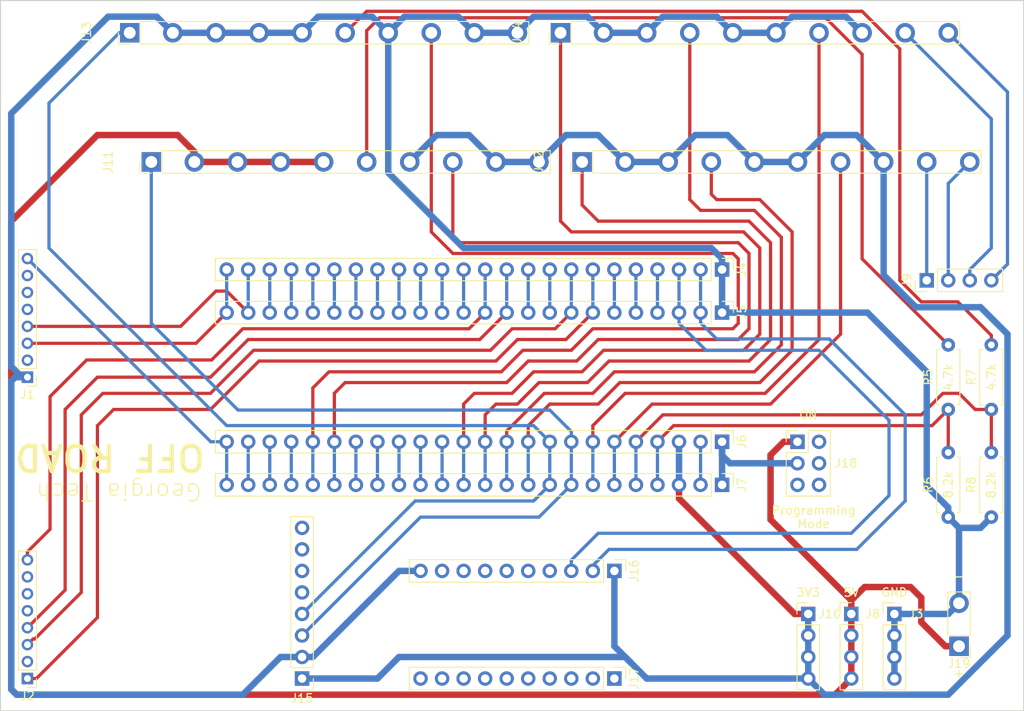
<source format=kicad_pcb>
(kicad_pcb (version 20171130) (host pcbnew "(5.1.4)-1")

  (general
    (thickness 1.6)
    (drawings 17)
    (tracks 368)
    (zones 0)
    (modules 23)
    (nets 56)
  )

  (page A4)
  (layers
    (0 F.Cu signal)
    (31 B.Cu signal)
    (32 B.Adhes user hide)
    (33 F.Adhes user hide)
    (34 B.Paste user hide)
    (35 F.Paste user hide)
    (36 B.SilkS user)
    (37 F.SilkS user)
    (38 B.Mask user)
    (39 F.Mask user hide)
    (40 Dwgs.User user hide)
    (41 Cmts.User user hide)
    (42 Eco1.User user hide)
    (43 Eco2.User user hide)
    (44 Edge.Cuts user)
    (45 Margin user)
    (46 B.CrtYd user hide)
    (47 F.CrtYd user)
    (48 B.Fab user hide)
    (49 F.Fab user hide)
  )

  (setup
    (last_trace_width 0.25)
    (user_trace_width 0.381)
    (user_trace_width 0.762)
    (trace_clearance 0.2)
    (zone_clearance 0.508)
    (zone_45_only no)
    (trace_min 0.2)
    (via_size 0.8)
    (via_drill 0.4)
    (via_min_size 0.4)
    (via_min_drill 0.3)
    (uvia_size 0.3)
    (uvia_drill 0.1)
    (uvias_allowed no)
    (uvia_min_size 0.2)
    (uvia_min_drill 0.1)
    (edge_width 0.05)
    (segment_width 0.2)
    (pcb_text_width 0.3)
    (pcb_text_size 1.5 1.5)
    (mod_edge_width 0.12)
    (mod_text_size 1 1)
    (mod_text_width 0.15)
    (pad_size 1.524 1.524)
    (pad_drill 0.762)
    (pad_to_mask_clearance 0.051)
    (solder_mask_min_width 0.25)
    (aux_axis_origin 0 0)
    (visible_elements 7FFFFFFF)
    (pcbplotparams
      (layerselection 0x010fc_ffffffff)
      (usegerberextensions false)
      (usegerberattributes false)
      (usegerberadvancedattributes false)
      (creategerberjobfile false)
      (excludeedgelayer true)
      (linewidth 0.100000)
      (plotframeref false)
      (viasonmask false)
      (mode 1)
      (useauxorigin false)
      (hpglpennumber 1)
      (hpglpenspeed 20)
      (hpglpendiameter 15.000000)
      (psnegative false)
      (psa4output false)
      (plotreference true)
      (plotvalue true)
      (plotinvisibletext false)
      (padsonsilk false)
      (subtractmaskfromsilk false)
      (outputformat 1)
      (mirror false)
      (drillshape 0)
      (scaleselection 1)
      (outputdirectory ""))
  )

  (net 0 "")
  (net 1 "Net-(J1-Pad3)")
  (net 2 "Net-(J1-Pad4)")
  (net 3 "Net-(J10-Pad1)")
  (net 4 "Net-(J4-Pad6)")
  (net 5 "Net-(J4-Pad9)")
  (net 6 "Net-(J4-Pad10)")
  (net 7 "Net-(J4-Pad13)")
  (net 8 "Net-(J4-Pad14)")
  (net 9 "Net-(J6-Pad2)")
  (net 10 "Net-(J12-Pad1)")
  (net 11 "Net-(J1-Pad8)")
  (net 12 "Net-(J4-Pad22)")
  (net 13 "Net-(J4-Pad21)")
  (net 14 "Net-(J4-Pad20)")
  (net 15 "Net-(J4-Pad19)")
  (net 16 "Net-(J4-Pad18)")
  (net 17 "Net-(J4-Pad17)")
  (net 18 "Net-(J4-Pad16)")
  (net 19 "Net-(J4-Pad15)")
  (net 20 "Net-(J6-Pad14)")
  (net 21 "Net-(J6-Pad15)")
  (net 22 "Net-(J6-Pad16)")
  (net 23 "Net-(J6-Pad17)")
  (net 24 "Net-(J6-Pad18)")
  (net 25 "Net-(J6-Pad21)")
  (net 26 "Net-(J6-Pad22)")
  (net 27 "Net-(J6-Pad23)")
  (net 28 "Net-(J12-Pad4)")
  (net 29 "Net-(J14-Pad1)")
  (net 30 "Net-(J11-Pad2)")
  (net 31 "Net-(J2-Pad4)")
  (net 32 "Net-(J2-Pad8)")
  (net 33 "Net-(J4-Pad5)")
  (net 34 "Net-(J4-Pad4)")
  (net 35 "Net-(J13-Pad8)")
  (net 36 "Net-(J11-Pad8)")
  (net 37 "Net-(J11-Pad1)")
  (net 38 "Net-(J13-Pad1)")
  (net 39 "Net-(J14-Pad4)")
  (net 40 "Net-(J14-Pad7)")
  (net 41 "Net-(J11-Pad6)")
  (net 42 "Net-(J12-Pad9)")
  (net 43 "Net-(J14-Pad9)")
  (net 44 "Net-(J12-Pad10)")
  (net 45 "Net-(J14-Pad10)")
  (net 46 "Net-(J13-Pad6)")
  (net 47 "Net-(J12-Pad7)")
  (net 48 "Net-(J16-Pad3)")
  (net 49 "Net-(J16-Pad2)")
  (net 50 "Net-(J18-Pad3)")
  (net 51 "Net-(J1-Pad1)")
  (net 52 "Net-(J2-Pad1)")
  (net 53 "Net-(J2-Pad3)")
  (net 54 "Net-(J6-Pad4)")
  (net 55 "Net-(J6-Pad5)")

  (net_class Default "This is the default net class."
    (clearance 0.2)
    (trace_width 0.25)
    (via_dia 0.8)
    (via_drill 0.4)
    (uvia_dia 0.3)
    (uvia_drill 0.1)
    (add_net "Net-(J1-Pad1)")
    (add_net "Net-(J1-Pad3)")
    (add_net "Net-(J1-Pad4)")
    (add_net "Net-(J1-Pad8)")
    (add_net "Net-(J10-Pad1)")
    (add_net "Net-(J11-Pad1)")
    (add_net "Net-(J11-Pad2)")
    (add_net "Net-(J11-Pad6)")
    (add_net "Net-(J11-Pad8)")
    (add_net "Net-(J12-Pad1)")
    (add_net "Net-(J12-Pad10)")
    (add_net "Net-(J12-Pad4)")
    (add_net "Net-(J12-Pad7)")
    (add_net "Net-(J12-Pad9)")
    (add_net "Net-(J13-Pad1)")
    (add_net "Net-(J13-Pad6)")
    (add_net "Net-(J13-Pad8)")
    (add_net "Net-(J14-Pad1)")
    (add_net "Net-(J14-Pad10)")
    (add_net "Net-(J14-Pad4)")
    (add_net "Net-(J14-Pad7)")
    (add_net "Net-(J14-Pad9)")
    (add_net "Net-(J16-Pad2)")
    (add_net "Net-(J16-Pad3)")
    (add_net "Net-(J18-Pad3)")
    (add_net "Net-(J2-Pad1)")
    (add_net "Net-(J2-Pad3)")
    (add_net "Net-(J2-Pad4)")
    (add_net "Net-(J2-Pad8)")
    (add_net "Net-(J4-Pad10)")
    (add_net "Net-(J4-Pad13)")
    (add_net "Net-(J4-Pad14)")
    (add_net "Net-(J4-Pad15)")
    (add_net "Net-(J4-Pad16)")
    (add_net "Net-(J4-Pad17)")
    (add_net "Net-(J4-Pad18)")
    (add_net "Net-(J4-Pad19)")
    (add_net "Net-(J4-Pad20)")
    (add_net "Net-(J4-Pad21)")
    (add_net "Net-(J4-Pad22)")
    (add_net "Net-(J4-Pad4)")
    (add_net "Net-(J4-Pad5)")
    (add_net "Net-(J4-Pad6)")
    (add_net "Net-(J4-Pad9)")
    (add_net "Net-(J6-Pad14)")
    (add_net "Net-(J6-Pad15)")
    (add_net "Net-(J6-Pad16)")
    (add_net "Net-(J6-Pad17)")
    (add_net "Net-(J6-Pad18)")
    (add_net "Net-(J6-Pad2)")
    (add_net "Net-(J6-Pad21)")
    (add_net "Net-(J6-Pad22)")
    (add_net "Net-(J6-Pad23)")
    (add_net "Net-(J6-Pad4)")
    (add_net "Net-(J6-Pad5)")
  )

  (module Connector_PinHeader_2.54mm:PinHeader_1x24_P2.54mm_Vertical (layer F.Cu) (tedit 59FED5CC) (tstamp 5DCB8654)
    (at 148.59 102.87 270)
    (descr "Through hole straight pin header, 1x24, 2.54mm pitch, single row")
    (tags "Through hole pin header THT 1x24 2.54mm single row")
    (path /5DD23B4D)
    (fp_text reference J6 (at 0 -2.33 90) (layer F.SilkS)
      (effects (font (size 1 1) (thickness 0.15)))
    )
    (fp_text value "Teensy 3.6R" (at 0 60.75 90) (layer F.Fab)
      (effects (font (size 1 1) (thickness 0.15)))
    )
    (fp_line (start -0.635 -1.27) (end 1.27 -1.27) (layer F.Fab) (width 0.1))
    (fp_line (start 1.27 -1.27) (end 1.27 59.69) (layer F.Fab) (width 0.1))
    (fp_line (start 1.27 59.69) (end -1.27 59.69) (layer F.Fab) (width 0.1))
    (fp_line (start -1.27 59.69) (end -1.27 -0.635) (layer F.Fab) (width 0.1))
    (fp_line (start -1.27 -0.635) (end -0.635 -1.27) (layer F.Fab) (width 0.1))
    (fp_line (start -1.33 59.75) (end 1.33 59.75) (layer F.SilkS) (width 0.12))
    (fp_line (start -1.33 1.27) (end -1.33 59.75) (layer F.SilkS) (width 0.12))
    (fp_line (start 1.33 1.27) (end 1.33 59.75) (layer F.SilkS) (width 0.12))
    (fp_line (start -1.33 1.27) (end 1.33 1.27) (layer F.SilkS) (width 0.12))
    (fp_line (start -1.33 0) (end -1.33 -1.33) (layer F.SilkS) (width 0.12))
    (fp_line (start -1.33 -1.33) (end 0 -1.33) (layer F.SilkS) (width 0.12))
    (fp_line (start -1.8 -1.8) (end -1.8 60.2) (layer F.CrtYd) (width 0.05))
    (fp_line (start -1.8 60.2) (end 1.8 60.2) (layer F.CrtYd) (width 0.05))
    (fp_line (start 1.8 60.2) (end 1.8 -1.8) (layer F.CrtYd) (width 0.05))
    (fp_line (start 1.8 -1.8) (end -1.8 -1.8) (layer F.CrtYd) (width 0.05))
    (fp_text user %R (at 0 29.21) (layer F.Fab)
      (effects (font (size 1 1) (thickness 0.15)))
    )
    (pad 1 thru_hole rect (at 0 0 270) (size 1.7 1.7) (drill 1) (layers *.Cu *.Mask)
      (net 50 "Net-(J18-Pad3)"))
    (pad 2 thru_hole oval (at 0 2.54 270) (size 1.7 1.7) (drill 1) (layers *.Cu *.Mask)
      (net 9 "Net-(J6-Pad2)"))
    (pad 3 thru_hole oval (at 0 5.08 270) (size 1.7 1.7) (drill 1) (layers *.Cu *.Mask)
      (net 3 "Net-(J10-Pad1)"))
    (pad 4 thru_hole oval (at 0 7.62 270) (size 1.7 1.7) (drill 1) (layers *.Cu *.Mask)
      (net 54 "Net-(J6-Pad4)"))
    (pad 5 thru_hole oval (at 0 10.16 270) (size 1.7 1.7) (drill 1) (layers *.Cu *.Mask)
      (net 55 "Net-(J6-Pad5)"))
    (pad 6 thru_hole oval (at 0 12.7 270) (size 1.7 1.7) (drill 1) (layers *.Cu *.Mask)
      (net 47 "Net-(J12-Pad7)"))
    (pad 7 thru_hole oval (at 0 15.24 270) (size 1.7 1.7) (drill 1) (layers *.Cu *.Mask)
      (net 40 "Net-(J14-Pad7)"))
    (pad 8 thru_hole oval (at 0 17.78 270) (size 1.7 1.7) (drill 1) (layers *.Cu *.Mask)
      (net 37 "Net-(J11-Pad1)"))
    (pad 9 thru_hole oval (at 0 20.32 270) (size 1.7 1.7) (drill 1) (layers *.Cu *.Mask)
      (net 38 "Net-(J13-Pad1)"))
    (pad 10 thru_hole oval (at 0 22.86 270) (size 1.7 1.7) (drill 1) (layers *.Cu *.Mask)
      (net 28 "Net-(J12-Pad4)"))
    (pad 11 thru_hole oval (at 0 25.4 270) (size 1.7 1.7) (drill 1) (layers *.Cu *.Mask)
      (net 39 "Net-(J14-Pad4)"))
    (pad 12 thru_hole oval (at 0 27.94 270) (size 1.7 1.7) (drill 1) (layers *.Cu *.Mask)
      (net 10 "Net-(J12-Pad1)"))
    (pad 13 thru_hole oval (at 0 30.48 270) (size 1.7 1.7) (drill 1) (layers *.Cu *.Mask)
      (net 29 "Net-(J14-Pad1)"))
    (pad 14 thru_hole oval (at 0 33.02 270) (size 1.7 1.7) (drill 1) (layers *.Cu *.Mask)
      (net 20 "Net-(J6-Pad14)"))
    (pad 15 thru_hole oval (at 0 35.56 270) (size 1.7 1.7) (drill 1) (layers *.Cu *.Mask)
      (net 21 "Net-(J6-Pad15)"))
    (pad 16 thru_hole oval (at 0 38.1 270) (size 1.7 1.7) (drill 1) (layers *.Cu *.Mask)
      (net 22 "Net-(J6-Pad16)"))
    (pad 17 thru_hole oval (at 0 40.64 270) (size 1.7 1.7) (drill 1) (layers *.Cu *.Mask)
      (net 23 "Net-(J6-Pad17)"))
    (pad 18 thru_hole oval (at 0 43.18 270) (size 1.7 1.7) (drill 1) (layers *.Cu *.Mask)
      (net 24 "Net-(J6-Pad18)"))
    (pad 19 thru_hole oval (at 0 45.72 270) (size 1.7 1.7) (drill 1) (layers *.Cu *.Mask)
      (net 36 "Net-(J11-Pad8)"))
    (pad 20 thru_hole oval (at 0 48.26 270) (size 1.7 1.7) (drill 1) (layers *.Cu *.Mask)
      (net 35 "Net-(J13-Pad8)"))
    (pad 21 thru_hole oval (at 0 50.8 270) (size 1.7 1.7) (drill 1) (layers *.Cu *.Mask)
      (net 25 "Net-(J6-Pad21)"))
    (pad 22 thru_hole oval (at 0 53.34 270) (size 1.7 1.7) (drill 1) (layers *.Cu *.Mask)
      (net 26 "Net-(J6-Pad22)"))
    (pad 23 thru_hole oval (at 0 55.88 270) (size 1.7 1.7) (drill 1) (layers *.Cu *.Mask)
      (net 27 "Net-(J6-Pad23)"))
    (pad 24 thru_hole oval (at 0 58.42 270) (size 1.7 1.7) (drill 1) (layers *.Cu *.Mask)
      (net 11 "Net-(J1-Pad8)"))
    (model ${KISYS3DMOD}/Connector_PinHeader_2.54mm.3dshapes/PinHeader_1x24_P2.54mm_Vertical.wrl
      (at (xyz 0 0 0))
      (scale (xyz 1 1 1))
      (rotate (xyz 0 0 0))
    )
  )

  (module Connector_PinHeader_2.54mm:PinHeader_1x10_P2.54mm_Vertical (layer F.Cu) (tedit 59FED5CC) (tstamp 5E2777C4)
    (at 135.89 118.11 270)
    (descr "Through hole straight pin header, 1x10, 2.54mm pitch, single row")
    (tags "Through hole pin header THT 1x10 2.54mm single row")
    (path /5E2846AA)
    (fp_text reference J16 (at 0 -2.33 90) (layer F.SilkS)
      (effects (font (size 1 1) (thickness 0.15)))
    )
    (fp_text value XbeeL (at 0 25.19 90) (layer F.Fab)
      (effects (font (size 1 1) (thickness 0.15)))
    )
    (fp_line (start -0.635 -1.27) (end 1.27 -1.27) (layer F.Fab) (width 0.1))
    (fp_line (start 1.27 -1.27) (end 1.27 24.13) (layer F.Fab) (width 0.1))
    (fp_line (start 1.27 24.13) (end -1.27 24.13) (layer F.Fab) (width 0.1))
    (fp_line (start -1.27 24.13) (end -1.27 -0.635) (layer F.Fab) (width 0.1))
    (fp_line (start -1.27 -0.635) (end -0.635 -1.27) (layer F.Fab) (width 0.1))
    (fp_line (start -1.33 24.19) (end 1.33 24.19) (layer F.SilkS) (width 0.12))
    (fp_line (start -1.33 1.27) (end -1.33 24.19) (layer F.SilkS) (width 0.12))
    (fp_line (start 1.33 1.27) (end 1.33 24.19) (layer F.SilkS) (width 0.12))
    (fp_line (start -1.33 1.27) (end 1.33 1.27) (layer F.SilkS) (width 0.12))
    (fp_line (start -1.33 0) (end -1.33 -1.33) (layer F.SilkS) (width 0.12))
    (fp_line (start -1.33 -1.33) (end 0 -1.33) (layer F.SilkS) (width 0.12))
    (fp_line (start -1.8 -1.8) (end -1.8 24.65) (layer F.CrtYd) (width 0.05))
    (fp_line (start -1.8 24.65) (end 1.8 24.65) (layer F.CrtYd) (width 0.05))
    (fp_line (start 1.8 24.65) (end 1.8 -1.8) (layer F.CrtYd) (width 0.05))
    (fp_line (start 1.8 -1.8) (end -1.8 -1.8) (layer F.CrtYd) (width 0.05))
    (fp_text user %R (at 0 11.43) (layer F.Fab)
      (effects (font (size 1 1) (thickness 0.15)))
    )
    (pad 1 thru_hole rect (at 0 0 270) (size 1.7 1.7) (drill 1) (layers *.Cu *.Mask)
      (net 3 "Net-(J10-Pad1)"))
    (pad 2 thru_hole oval (at 0 2.54 270) (size 1.7 1.7) (drill 1) (layers *.Cu *.Mask)
      (net 49 "Net-(J16-Pad2)"))
    (pad 3 thru_hole oval (at 0 5.08 270) (size 1.7 1.7) (drill 1) (layers *.Cu *.Mask)
      (net 48 "Net-(J16-Pad3)"))
    (pad 4 thru_hole oval (at 0 7.62 270) (size 1.7 1.7) (drill 1) (layers *.Cu *.Mask))
    (pad 5 thru_hole oval (at 0 10.16 270) (size 1.7 1.7) (drill 1) (layers *.Cu *.Mask))
    (pad 6 thru_hole oval (at 0 12.7 270) (size 1.7 1.7) (drill 1) (layers *.Cu *.Mask))
    (pad 7 thru_hole oval (at 0 15.24 270) (size 1.7 1.7) (drill 1) (layers *.Cu *.Mask))
    (pad 8 thru_hole oval (at 0 17.78 270) (size 1.7 1.7) (drill 1) (layers *.Cu *.Mask))
    (pad 9 thru_hole oval (at 0 20.32 270) (size 1.7 1.7) (drill 1) (layers *.Cu *.Mask))
    (pad 10 thru_hole oval (at 0 22.86 270) (size 1.7 1.7) (drill 1) (layers *.Cu *.Mask)
      (net 51 "Net-(J1-Pad1)"))
    (model ${KISYS3DMOD}/Connector_PinHeader_2.54mm.3dshapes/PinHeader_1x10_P2.54mm_Vertical.wrl
      (at (xyz 0 0 0))
      (scale (xyz 1 1 1))
      (rotate (xyz 0 0 0))
    )
  )

  (module Connector_PinHeader_2.00mm:PinHeader_1x08_P2.00mm_Vertical (layer F.Cu) (tedit 59FED667) (tstamp 5E2165CA)
    (at 66.675 130.81 180)
    (descr "Through hole straight pin header, 1x08, 2.00mm pitch, single row")
    (tags "Through hole pin header THT 1x08 2.00mm single row")
    (path /5E245C78)
    (fp_text reference J2 (at 0 -2.06) (layer F.SilkS)
      (effects (font (size 1 1) (thickness 0.15)))
    )
    (fp_text value Conn_01x08 (at 0 16.06) (layer F.Fab)
      (effects (font (size 1 1) (thickness 0.15)))
    )
    (fp_line (start -0.5 -1) (end 1 -1) (layer F.Fab) (width 0.1))
    (fp_line (start 1 -1) (end 1 15) (layer F.Fab) (width 0.1))
    (fp_line (start 1 15) (end -1 15) (layer F.Fab) (width 0.1))
    (fp_line (start -1 15) (end -1 -0.5) (layer F.Fab) (width 0.1))
    (fp_line (start -1 -0.5) (end -0.5 -1) (layer F.Fab) (width 0.1))
    (fp_line (start -1.06 15.06) (end 1.06 15.06) (layer F.SilkS) (width 0.12))
    (fp_line (start -1.06 1) (end -1.06 15.06) (layer F.SilkS) (width 0.12))
    (fp_line (start 1.06 1) (end 1.06 15.06) (layer F.SilkS) (width 0.12))
    (fp_line (start -1.06 1) (end 1.06 1) (layer F.SilkS) (width 0.12))
    (fp_line (start -1.06 0) (end -1.06 -1.06) (layer F.SilkS) (width 0.12))
    (fp_line (start -1.06 -1.06) (end 0 -1.06) (layer F.SilkS) (width 0.12))
    (fp_line (start -1.5 -1.5) (end -1.5 15.5) (layer F.CrtYd) (width 0.05))
    (fp_line (start -1.5 15.5) (end 1.5 15.5) (layer F.CrtYd) (width 0.05))
    (fp_line (start 1.5 15.5) (end 1.5 -1.5) (layer F.CrtYd) (width 0.05))
    (fp_line (start 1.5 -1.5) (end -1.5 -1.5) (layer F.CrtYd) (width 0.05))
    (fp_text user %R (at 0 7 90) (layer F.Fab)
      (effects (font (size 1 1) (thickness 0.15)))
    )
    (pad 1 thru_hole rect (at 0 0 180) (size 1.35 1.35) (drill 0.8) (layers *.Cu *.Mask)
      (net 52 "Net-(J2-Pad1)"))
    (pad 2 thru_hole oval (at 0 2 180) (size 1.35 1.35) (drill 0.8) (layers *.Cu *.Mask))
    (pad 3 thru_hole oval (at 0 4 180) (size 1.35 1.35) (drill 0.8) (layers *.Cu *.Mask)
      (net 53 "Net-(J2-Pad3)"))
    (pad 4 thru_hole oval (at 0 6 180) (size 1.35 1.35) (drill 0.8) (layers *.Cu *.Mask)
      (net 31 "Net-(J2-Pad4)"))
    (pad 5 thru_hole oval (at 0 8 180) (size 1.35 1.35) (drill 0.8) (layers *.Cu *.Mask))
    (pad 6 thru_hole oval (at 0 10 180) (size 1.35 1.35) (drill 0.8) (layers *.Cu *.Mask))
    (pad 7 thru_hole oval (at 0 12 180) (size 1.35 1.35) (drill 0.8) (layers *.Cu *.Mask))
    (pad 8 thru_hole oval (at 0 14 180) (size 1.35 1.35) (drill 0.8) (layers *.Cu *.Mask)
      (net 32 "Net-(J2-Pad8)"))
    (model ${KISYS3DMOD}/Connector_PinHeader_2.00mm.3dshapes/PinHeader_1x08_P2.00mm_Vertical.wrl
      (at (xyz 0 0 0))
      (scale (xyz 1 1 1))
      (rotate (xyz 0 0 0))
    )
  )

  (module Resistor_THT:R_Axial_DIN0207_L6.3mm_D2.5mm_P7.62mm_Horizontal (layer F.Cu) (tedit 5AE5139B) (tstamp 5E21675A)
    (at 180.34 111.76 90)
    (descr "Resistor, Axial_DIN0207 series, Axial, Horizontal, pin pitch=7.62mm, 0.25W = 1/4W, length*diameter=6.3*2.5mm^2, http://cdn-reichelt.de/documents/datenblatt/B400/1_4W%23YAG.pdf")
    (tags "Resistor Axial_DIN0207 series Axial Horizontal pin pitch 7.62mm 0.25W = 1/4W length 6.3mm diameter 2.5mm")
    (path /5E3356D4)
    (fp_text reference R8 (at 3.81 -2.37 90) (layer F.SilkS)
      (effects (font (size 1 1) (thickness 0.15)))
    )
    (fp_text value 8.2k (at 3.81 2.37 90) (layer F.Fab)
      (effects (font (size 1 1) (thickness 0.15)))
    )
    (fp_line (start 0.66 -1.25) (end 0.66 1.25) (layer F.Fab) (width 0.1))
    (fp_line (start 0.66 1.25) (end 6.96 1.25) (layer F.Fab) (width 0.1))
    (fp_line (start 6.96 1.25) (end 6.96 -1.25) (layer F.Fab) (width 0.1))
    (fp_line (start 6.96 -1.25) (end 0.66 -1.25) (layer F.Fab) (width 0.1))
    (fp_line (start 0 0) (end 0.66 0) (layer F.Fab) (width 0.1))
    (fp_line (start 7.62 0) (end 6.96 0) (layer F.Fab) (width 0.1))
    (fp_line (start 0.54 -1.04) (end 0.54 -1.37) (layer F.SilkS) (width 0.12))
    (fp_line (start 0.54 -1.37) (end 7.08 -1.37) (layer F.SilkS) (width 0.12))
    (fp_line (start 7.08 -1.37) (end 7.08 -1.04) (layer F.SilkS) (width 0.12))
    (fp_line (start 0.54 1.04) (end 0.54 1.37) (layer F.SilkS) (width 0.12))
    (fp_line (start 0.54 1.37) (end 7.08 1.37) (layer F.SilkS) (width 0.12))
    (fp_line (start 7.08 1.37) (end 7.08 1.04) (layer F.SilkS) (width 0.12))
    (fp_line (start -1.05 -1.5) (end -1.05 1.5) (layer F.CrtYd) (width 0.05))
    (fp_line (start -1.05 1.5) (end 8.67 1.5) (layer F.CrtYd) (width 0.05))
    (fp_line (start 8.67 1.5) (end 8.67 -1.5) (layer F.CrtYd) (width 0.05))
    (fp_line (start 8.67 -1.5) (end -1.05 -1.5) (layer F.CrtYd) (width 0.05))
    (fp_text user %R (at 3.81 0 90) (layer F.Fab)
      (effects (font (size 1 1) (thickness 0.15)))
    )
    (pad 1 thru_hole circle (at 0 0 90) (size 1.6 1.6) (drill 0.8) (layers *.Cu *.Mask)
      (net 51 "Net-(J1-Pad1)"))
    (pad 2 thru_hole oval (at 7.62 0 90) (size 1.6 1.6) (drill 0.8) (layers *.Cu *.Mask)
      (net 55 "Net-(J6-Pad5)"))
    (model ${KISYS3DMOD}/Resistor_THT.3dshapes/R_Axial_DIN0207_L6.3mm_D2.5mm_P7.62mm_Horizontal.wrl
      (at (xyz 0 0 0))
      (scale (xyz 1 1 1))
      (rotate (xyz 0 0 0))
    )
  )

  (module Connector_PinHeader_2.54mm:PinHeader_1x24_P2.54mm_Vertical (layer F.Cu) (tedit 59FED5CC) (tstamp 5DCB85FC)
    (at 148.59 82.55 270)
    (descr "Through hole straight pin header, 1x24, 2.54mm pitch, single row")
    (tags "Through hole pin header THT 1x24 2.54mm single row")
    (path /5DD21E75)
    (fp_text reference J4 (at 0 -2.33 90) (layer F.SilkS)
      (effects (font (size 1 1) (thickness 0.15)))
    )
    (fp_text value 1x24 (at 0 60.75 90) (layer F.Fab)
      (effects (font (size 1 1) (thickness 0.15)))
    )
    (fp_text user %R (at 0 29.21) (layer F.Fab)
      (effects (font (size 1 1) (thickness 0.15)))
    )
    (fp_line (start 1.8 -1.8) (end -1.8 -1.8) (layer F.CrtYd) (width 0.05))
    (fp_line (start 1.8 60.2) (end 1.8 -1.8) (layer F.CrtYd) (width 0.05))
    (fp_line (start -1.8 60.2) (end 1.8 60.2) (layer F.CrtYd) (width 0.05))
    (fp_line (start -1.8 -1.8) (end -1.8 60.2) (layer F.CrtYd) (width 0.05))
    (fp_line (start -1.33 -1.33) (end 0 -1.33) (layer F.SilkS) (width 0.12))
    (fp_line (start -1.33 0) (end -1.33 -1.33) (layer F.SilkS) (width 0.12))
    (fp_line (start -1.33 1.27) (end 1.33 1.27) (layer F.SilkS) (width 0.12))
    (fp_line (start 1.33 1.27) (end 1.33 59.75) (layer F.SilkS) (width 0.12))
    (fp_line (start -1.33 1.27) (end -1.33 59.75) (layer F.SilkS) (width 0.12))
    (fp_line (start -1.33 59.75) (end 1.33 59.75) (layer F.SilkS) (width 0.12))
    (fp_line (start -1.27 -0.635) (end -0.635 -1.27) (layer F.Fab) (width 0.1))
    (fp_line (start -1.27 59.69) (end -1.27 -0.635) (layer F.Fab) (width 0.1))
    (fp_line (start 1.27 59.69) (end -1.27 59.69) (layer F.Fab) (width 0.1))
    (fp_line (start 1.27 -1.27) (end 1.27 59.69) (layer F.Fab) (width 0.1))
    (fp_line (start -0.635 -1.27) (end 1.27 -1.27) (layer F.Fab) (width 0.1))
    (pad 24 thru_hole oval (at 0 58.42 270) (size 1.7 1.7) (drill 1) (layers *.Cu *.Mask)
      (net 1 "Net-(J1-Pad3)"))
    (pad 23 thru_hole oval (at 0 55.88 270) (size 1.7 1.7) (drill 1) (layers *.Cu *.Mask)
      (net 2 "Net-(J1-Pad4)"))
    (pad 22 thru_hole oval (at 0 53.34 270) (size 1.7 1.7) (drill 1) (layers *.Cu *.Mask)
      (net 12 "Net-(J4-Pad22)"))
    (pad 21 thru_hole oval (at 0 50.8 270) (size 1.7 1.7) (drill 1) (layers *.Cu *.Mask)
      (net 13 "Net-(J4-Pad21)"))
    (pad 20 thru_hole oval (at 0 48.26 270) (size 1.7 1.7) (drill 1) (layers *.Cu *.Mask)
      (net 14 "Net-(J4-Pad20)"))
    (pad 19 thru_hole oval (at 0 45.72 270) (size 1.7 1.7) (drill 1) (layers *.Cu *.Mask)
      (net 15 "Net-(J4-Pad19)"))
    (pad 18 thru_hole oval (at 0 43.18 270) (size 1.7 1.7) (drill 1) (layers *.Cu *.Mask)
      (net 16 "Net-(J4-Pad18)"))
    (pad 17 thru_hole oval (at 0 40.64 270) (size 1.7 1.7) (drill 1) (layers *.Cu *.Mask)
      (net 17 "Net-(J4-Pad17)"))
    (pad 16 thru_hole oval (at 0 38.1 270) (size 1.7 1.7) (drill 1) (layers *.Cu *.Mask)
      (net 18 "Net-(J4-Pad16)"))
    (pad 15 thru_hole oval (at 0 35.56 270) (size 1.7 1.7) (drill 1) (layers *.Cu *.Mask)
      (net 19 "Net-(J4-Pad15)"))
    (pad 14 thru_hole oval (at 0 33.02 270) (size 1.7 1.7) (drill 1) (layers *.Cu *.Mask)
      (net 8 "Net-(J4-Pad14)"))
    (pad 13 thru_hole oval (at 0 30.48 270) (size 1.7 1.7) (drill 1) (layers *.Cu *.Mask)
      (net 7 "Net-(J4-Pad13)"))
    (pad 12 thru_hole oval (at 0 27.94 270) (size 1.7 1.7) (drill 1) (layers *.Cu *.Mask)
      (net 32 "Net-(J2-Pad8)"))
    (pad 11 thru_hole oval (at 0 25.4 270) (size 1.7 1.7) (drill 1) (layers *.Cu *.Mask)
      (net 31 "Net-(J2-Pad4)"))
    (pad 10 thru_hole oval (at 0 22.86 270) (size 1.7 1.7) (drill 1) (layers *.Cu *.Mask)
      (net 6 "Net-(J4-Pad10)"))
    (pad 9 thru_hole oval (at 0 20.32 270) (size 1.7 1.7) (drill 1) (layers *.Cu *.Mask)
      (net 5 "Net-(J4-Pad9)"))
    (pad 8 thru_hole oval (at 0 17.78 270) (size 1.7 1.7) (drill 1) (layers *.Cu *.Mask)
      (net 53 "Net-(J2-Pad3)"))
    (pad 7 thru_hole oval (at 0 15.24 270) (size 1.7 1.7) (drill 1) (layers *.Cu *.Mask)
      (net 52 "Net-(J2-Pad1)"))
    (pad 6 thru_hole oval (at 0 12.7 270) (size 1.7 1.7) (drill 1) (layers *.Cu *.Mask)
      (net 4 "Net-(J4-Pad6)"))
    (pad 5 thru_hole oval (at 0 10.16 270) (size 1.7 1.7) (drill 1) (layers *.Cu *.Mask)
      (net 33 "Net-(J4-Pad5)"))
    (pad 4 thru_hole oval (at 0 7.62 270) (size 1.7 1.7) (drill 1) (layers *.Cu *.Mask)
      (net 34 "Net-(J4-Pad4)"))
    (pad 3 thru_hole oval (at 0 5.08 270) (size 1.7 1.7) (drill 1) (layers *.Cu *.Mask)
      (net 48 "Net-(J16-Pad3)"))
    (pad 2 thru_hole oval (at 0 2.54 270) (size 1.7 1.7) (drill 1) (layers *.Cu *.Mask)
      (net 49 "Net-(J16-Pad2)"))
    (pad 1 thru_hole rect (at 0 0 270) (size 1.7 1.7) (drill 1) (layers *.Cu *.Mask)
      (net 51 "Net-(J1-Pad1)"))
    (model ${KISYS3DMOD}/Connector_PinHeader_2.54mm.3dshapes/PinHeader_1x24_P2.54mm_Vertical.wrl
      (at (xyz 0 0 0))
      (scale (xyz 1 1 1))
      (rotate (xyz 0 0 0))
    )
  )

  (module Connector_PinHeader_2.54mm:PinHeader_1x24_P2.54mm_Vertical (layer F.Cu) (tedit 59FED5CC) (tstamp 5DCB8628)
    (at 148.59 87.63 270)
    (descr "Through hole straight pin header, 1x24, 2.54mm pitch, single row")
    (tags "Through hole pin header THT 1x24 2.54mm single row")
    (path /5DD20EDA)
    (fp_text reference J5 (at 0 -2.33 90) (layer F.SilkS)
      (effects (font (size 1 1) (thickness 0.15)))
    )
    (fp_text value "Teensy 3.6L" (at 0 60.75 90) (layer F.Fab)
      (effects (font (size 1 1) (thickness 0.15)))
    )
    (fp_line (start -0.635 -1.27) (end 1.27 -1.27) (layer F.Fab) (width 0.1))
    (fp_line (start 1.27 -1.27) (end 1.27 59.69) (layer F.Fab) (width 0.1))
    (fp_line (start 1.27 59.69) (end -1.27 59.69) (layer F.Fab) (width 0.1))
    (fp_line (start -1.27 59.69) (end -1.27 -0.635) (layer F.Fab) (width 0.1))
    (fp_line (start -1.27 -0.635) (end -0.635 -1.27) (layer F.Fab) (width 0.1))
    (fp_line (start -1.33 59.75) (end 1.33 59.75) (layer F.SilkS) (width 0.12))
    (fp_line (start -1.33 1.27) (end -1.33 59.75) (layer F.SilkS) (width 0.12))
    (fp_line (start 1.33 1.27) (end 1.33 59.75) (layer F.SilkS) (width 0.12))
    (fp_line (start -1.33 1.27) (end 1.33 1.27) (layer F.SilkS) (width 0.12))
    (fp_line (start -1.33 0) (end -1.33 -1.33) (layer F.SilkS) (width 0.12))
    (fp_line (start -1.33 -1.33) (end 0 -1.33) (layer F.SilkS) (width 0.12))
    (fp_line (start -1.8 -1.8) (end -1.8 60.2) (layer F.CrtYd) (width 0.05))
    (fp_line (start -1.8 60.2) (end 1.8 60.2) (layer F.CrtYd) (width 0.05))
    (fp_line (start 1.8 60.2) (end 1.8 -1.8) (layer F.CrtYd) (width 0.05))
    (fp_line (start 1.8 -1.8) (end -1.8 -1.8) (layer F.CrtYd) (width 0.05))
    (fp_text user %R (at 0 29.21) (layer F.Fab)
      (effects (font (size 1 1) (thickness 0.15)))
    )
    (pad 1 thru_hole rect (at 0 0 270) (size 1.7 1.7) (drill 1) (layers *.Cu *.Mask)
      (net 51 "Net-(J1-Pad1)"))
    (pad 2 thru_hole oval (at 0 2.54 270) (size 1.7 1.7) (drill 1) (layers *.Cu *.Mask)
      (net 49 "Net-(J16-Pad2)"))
    (pad 3 thru_hole oval (at 0 5.08 270) (size 1.7 1.7) (drill 1) (layers *.Cu *.Mask)
      (net 48 "Net-(J16-Pad3)"))
    (pad 4 thru_hole oval (at 0 7.62 270) (size 1.7 1.7) (drill 1) (layers *.Cu *.Mask)
      (net 34 "Net-(J4-Pad4)"))
    (pad 5 thru_hole oval (at 0 10.16 270) (size 1.7 1.7) (drill 1) (layers *.Cu *.Mask)
      (net 33 "Net-(J4-Pad5)"))
    (pad 6 thru_hole oval (at 0 12.7 270) (size 1.7 1.7) (drill 1) (layers *.Cu *.Mask)
      (net 4 "Net-(J4-Pad6)"))
    (pad 7 thru_hole oval (at 0 15.24 270) (size 1.7 1.7) (drill 1) (layers *.Cu *.Mask)
      (net 52 "Net-(J2-Pad1)"))
    (pad 8 thru_hole oval (at 0 17.78 270) (size 1.7 1.7) (drill 1) (layers *.Cu *.Mask)
      (net 53 "Net-(J2-Pad3)"))
    (pad 9 thru_hole oval (at 0 20.32 270) (size 1.7 1.7) (drill 1) (layers *.Cu *.Mask)
      (net 5 "Net-(J4-Pad9)"))
    (pad 10 thru_hole oval (at 0 22.86 270) (size 1.7 1.7) (drill 1) (layers *.Cu *.Mask)
      (net 6 "Net-(J4-Pad10)"))
    (pad 11 thru_hole oval (at 0 25.4 270) (size 1.7 1.7) (drill 1) (layers *.Cu *.Mask)
      (net 31 "Net-(J2-Pad4)"))
    (pad 12 thru_hole oval (at 0 27.94 270) (size 1.7 1.7) (drill 1) (layers *.Cu *.Mask)
      (net 32 "Net-(J2-Pad8)"))
    (pad 13 thru_hole oval (at 0 30.48 270) (size 1.7 1.7) (drill 1) (layers *.Cu *.Mask)
      (net 7 "Net-(J4-Pad13)"))
    (pad 14 thru_hole oval (at 0 33.02 270) (size 1.7 1.7) (drill 1) (layers *.Cu *.Mask)
      (net 8 "Net-(J4-Pad14)"))
    (pad 15 thru_hole oval (at 0 35.56 270) (size 1.7 1.7) (drill 1) (layers *.Cu *.Mask)
      (net 19 "Net-(J4-Pad15)"))
    (pad 16 thru_hole oval (at 0 38.1 270) (size 1.7 1.7) (drill 1) (layers *.Cu *.Mask)
      (net 18 "Net-(J4-Pad16)"))
    (pad 17 thru_hole oval (at 0 40.64 270) (size 1.7 1.7) (drill 1) (layers *.Cu *.Mask)
      (net 17 "Net-(J4-Pad17)"))
    (pad 18 thru_hole oval (at 0 43.18 270) (size 1.7 1.7) (drill 1) (layers *.Cu *.Mask)
      (net 16 "Net-(J4-Pad18)"))
    (pad 19 thru_hole oval (at 0 45.72 270) (size 1.7 1.7) (drill 1) (layers *.Cu *.Mask)
      (net 15 "Net-(J4-Pad19)"))
    (pad 20 thru_hole oval (at 0 48.26 270) (size 1.7 1.7) (drill 1) (layers *.Cu *.Mask)
      (net 14 "Net-(J4-Pad20)"))
    (pad 21 thru_hole oval (at 0 50.8 270) (size 1.7 1.7) (drill 1) (layers *.Cu *.Mask)
      (net 13 "Net-(J4-Pad21)"))
    (pad 22 thru_hole oval (at 0 53.34 270) (size 1.7 1.7) (drill 1) (layers *.Cu *.Mask)
      (net 12 "Net-(J4-Pad22)"))
    (pad 23 thru_hole oval (at 0 55.88 270) (size 1.7 1.7) (drill 1) (layers *.Cu *.Mask)
      (net 2 "Net-(J1-Pad4)"))
    (pad 24 thru_hole oval (at 0 58.42 270) (size 1.7 1.7) (drill 1) (layers *.Cu *.Mask)
      (net 1 "Net-(J1-Pad3)"))
    (model ${KISYS3DMOD}/Connector_PinHeader_2.54mm.3dshapes/PinHeader_1x24_P2.54mm_Vertical.wrl
      (at (xyz 0 0 0))
      (scale (xyz 1 1 1))
      (rotate (xyz 0 0 0))
    )
  )

  (module Connector_PinHeader_2.54mm:PinHeader_1x24_P2.54mm_Vertical (layer F.Cu) (tedit 59FED5CC) (tstamp 5DCB8680)
    (at 148.59 107.95 270)
    (descr "Through hole straight pin header, 1x24, 2.54mm pitch, single row")
    (tags "Through hole pin header THT 1x24 2.54mm single row")
    (path /5DD26121)
    (fp_text reference J7 (at 0 -2.33 90) (layer F.SilkS)
      (effects (font (size 1 1) (thickness 0.15)))
    )
    (fp_text value 1x24 (at 0 60.75 90) (layer F.Fab)
      (effects (font (size 1 1) (thickness 0.15)))
    )
    (fp_text user %R (at 0 29.21) (layer F.Fab)
      (effects (font (size 1 1) (thickness 0.15)))
    )
    (fp_line (start 1.8 -1.8) (end -1.8 -1.8) (layer F.CrtYd) (width 0.05))
    (fp_line (start 1.8 60.2) (end 1.8 -1.8) (layer F.CrtYd) (width 0.05))
    (fp_line (start -1.8 60.2) (end 1.8 60.2) (layer F.CrtYd) (width 0.05))
    (fp_line (start -1.8 -1.8) (end -1.8 60.2) (layer F.CrtYd) (width 0.05))
    (fp_line (start -1.33 -1.33) (end 0 -1.33) (layer F.SilkS) (width 0.12))
    (fp_line (start -1.33 0) (end -1.33 -1.33) (layer F.SilkS) (width 0.12))
    (fp_line (start -1.33 1.27) (end 1.33 1.27) (layer F.SilkS) (width 0.12))
    (fp_line (start 1.33 1.27) (end 1.33 59.75) (layer F.SilkS) (width 0.12))
    (fp_line (start -1.33 1.27) (end -1.33 59.75) (layer F.SilkS) (width 0.12))
    (fp_line (start -1.33 59.75) (end 1.33 59.75) (layer F.SilkS) (width 0.12))
    (fp_line (start -1.27 -0.635) (end -0.635 -1.27) (layer F.Fab) (width 0.1))
    (fp_line (start -1.27 59.69) (end -1.27 -0.635) (layer F.Fab) (width 0.1))
    (fp_line (start 1.27 59.69) (end -1.27 59.69) (layer F.Fab) (width 0.1))
    (fp_line (start 1.27 -1.27) (end 1.27 59.69) (layer F.Fab) (width 0.1))
    (fp_line (start -0.635 -1.27) (end 1.27 -1.27) (layer F.Fab) (width 0.1))
    (pad 24 thru_hole oval (at 0 58.42 270) (size 1.7 1.7) (drill 1) (layers *.Cu *.Mask)
      (net 11 "Net-(J1-Pad8)"))
    (pad 23 thru_hole oval (at 0 55.88 270) (size 1.7 1.7) (drill 1) (layers *.Cu *.Mask)
      (net 27 "Net-(J6-Pad23)"))
    (pad 22 thru_hole oval (at 0 53.34 270) (size 1.7 1.7) (drill 1) (layers *.Cu *.Mask)
      (net 26 "Net-(J6-Pad22)"))
    (pad 21 thru_hole oval (at 0 50.8 270) (size 1.7 1.7) (drill 1) (layers *.Cu *.Mask)
      (net 25 "Net-(J6-Pad21)"))
    (pad 20 thru_hole oval (at 0 48.26 270) (size 1.7 1.7) (drill 1) (layers *.Cu *.Mask)
      (net 35 "Net-(J13-Pad8)"))
    (pad 19 thru_hole oval (at 0 45.72 270) (size 1.7 1.7) (drill 1) (layers *.Cu *.Mask)
      (net 36 "Net-(J11-Pad8)"))
    (pad 18 thru_hole oval (at 0 43.18 270) (size 1.7 1.7) (drill 1) (layers *.Cu *.Mask)
      (net 24 "Net-(J6-Pad18)"))
    (pad 17 thru_hole oval (at 0 40.64 270) (size 1.7 1.7) (drill 1) (layers *.Cu *.Mask)
      (net 23 "Net-(J6-Pad17)"))
    (pad 16 thru_hole oval (at 0 38.1 270) (size 1.7 1.7) (drill 1) (layers *.Cu *.Mask)
      (net 22 "Net-(J6-Pad16)"))
    (pad 15 thru_hole oval (at 0 35.56 270) (size 1.7 1.7) (drill 1) (layers *.Cu *.Mask)
      (net 21 "Net-(J6-Pad15)"))
    (pad 14 thru_hole oval (at 0 33.02 270) (size 1.7 1.7) (drill 1) (layers *.Cu *.Mask)
      (net 20 "Net-(J6-Pad14)"))
    (pad 13 thru_hole oval (at 0 30.48 270) (size 1.7 1.7) (drill 1) (layers *.Cu *.Mask)
      (net 29 "Net-(J14-Pad1)"))
    (pad 12 thru_hole oval (at 0 27.94 270) (size 1.7 1.7) (drill 1) (layers *.Cu *.Mask)
      (net 10 "Net-(J12-Pad1)"))
    (pad 11 thru_hole oval (at 0 25.4 270) (size 1.7 1.7) (drill 1) (layers *.Cu *.Mask)
      (net 39 "Net-(J14-Pad4)"))
    (pad 10 thru_hole oval (at 0 22.86 270) (size 1.7 1.7) (drill 1) (layers *.Cu *.Mask)
      (net 28 "Net-(J12-Pad4)"))
    (pad 9 thru_hole oval (at 0 20.32 270) (size 1.7 1.7) (drill 1) (layers *.Cu *.Mask)
      (net 38 "Net-(J13-Pad1)"))
    (pad 8 thru_hole oval (at 0 17.78 270) (size 1.7 1.7) (drill 1) (layers *.Cu *.Mask)
      (net 37 "Net-(J11-Pad1)"))
    (pad 7 thru_hole oval (at 0 15.24 270) (size 1.7 1.7) (drill 1) (layers *.Cu *.Mask)
      (net 40 "Net-(J14-Pad7)"))
    (pad 6 thru_hole oval (at 0 12.7 270) (size 1.7 1.7) (drill 1) (layers *.Cu *.Mask)
      (net 47 "Net-(J12-Pad7)"))
    (pad 5 thru_hole oval (at 0 10.16 270) (size 1.7 1.7) (drill 1) (layers *.Cu *.Mask)
      (net 55 "Net-(J6-Pad5)"))
    (pad 4 thru_hole oval (at 0 7.62 270) (size 1.7 1.7) (drill 1) (layers *.Cu *.Mask)
      (net 54 "Net-(J6-Pad4)"))
    (pad 3 thru_hole oval (at 0 5.08 270) (size 1.7 1.7) (drill 1) (layers *.Cu *.Mask)
      (net 3 "Net-(J10-Pad1)"))
    (pad 2 thru_hole oval (at 0 2.54 270) (size 1.7 1.7) (drill 1) (layers *.Cu *.Mask)
      (net 9 "Net-(J6-Pad2)"))
    (pad 1 thru_hole rect (at 0 0 270) (size 1.7 1.7) (drill 1) (layers *.Cu *.Mask)
      (net 50 "Net-(J18-Pad3)"))
    (model ${KISYS3DMOD}/Connector_PinHeader_2.54mm.3dshapes/PinHeader_1x24_P2.54mm_Vertical.wrl
      (at (xyz 0 0 0))
      (scale (xyz 1 1 1))
      (rotate (xyz 0 0 0))
    )
  )

  (module Connector_PinHeader_2.00mm:PinHeader_1x08_P2.00mm_Vertical (layer F.Cu) (tedit 59FED667) (tstamp 5E2165AE)
    (at 66.675 95.25 180)
    (descr "Through hole straight pin header, 1x08, 2.00mm pitch, single row")
    (tags "Through hole pin header THT 1x08 2.00mm single row")
    (path /5E244661)
    (fp_text reference J1 (at 0 -2.06) (layer F.SilkS)
      (effects (font (size 1 1) (thickness 0.15)))
    )
    (fp_text value Conn_01x08 (at 0 16.06) (layer F.Fab)
      (effects (font (size 1 1) (thickness 0.15)))
    )
    (fp_text user %R (at 0 7 90) (layer F.Fab)
      (effects (font (size 1 1) (thickness 0.15)))
    )
    (fp_line (start 1.5 -1.5) (end -1.5 -1.5) (layer F.CrtYd) (width 0.05))
    (fp_line (start 1.5 15.5) (end 1.5 -1.5) (layer F.CrtYd) (width 0.05))
    (fp_line (start -1.5 15.5) (end 1.5 15.5) (layer F.CrtYd) (width 0.05))
    (fp_line (start -1.5 -1.5) (end -1.5 15.5) (layer F.CrtYd) (width 0.05))
    (fp_line (start -1.06 -1.06) (end 0 -1.06) (layer F.SilkS) (width 0.12))
    (fp_line (start -1.06 0) (end -1.06 -1.06) (layer F.SilkS) (width 0.12))
    (fp_line (start -1.06 1) (end 1.06 1) (layer F.SilkS) (width 0.12))
    (fp_line (start 1.06 1) (end 1.06 15.06) (layer F.SilkS) (width 0.12))
    (fp_line (start -1.06 1) (end -1.06 15.06) (layer F.SilkS) (width 0.12))
    (fp_line (start -1.06 15.06) (end 1.06 15.06) (layer F.SilkS) (width 0.12))
    (fp_line (start -1 -0.5) (end -0.5 -1) (layer F.Fab) (width 0.1))
    (fp_line (start -1 15) (end -1 -0.5) (layer F.Fab) (width 0.1))
    (fp_line (start 1 15) (end -1 15) (layer F.Fab) (width 0.1))
    (fp_line (start 1 -1) (end 1 15) (layer F.Fab) (width 0.1))
    (fp_line (start -0.5 -1) (end 1 -1) (layer F.Fab) (width 0.1))
    (pad 8 thru_hole oval (at 0 14 180) (size 1.35 1.35) (drill 0.8) (layers *.Cu *.Mask)
      (net 11 "Net-(J1-Pad8)"))
    (pad 7 thru_hole oval (at 0 12 180) (size 1.35 1.35) (drill 0.8) (layers *.Cu *.Mask))
    (pad 6 thru_hole oval (at 0 10 180) (size 1.35 1.35) (drill 0.8) (layers *.Cu *.Mask))
    (pad 5 thru_hole oval (at 0 8 180) (size 1.35 1.35) (drill 0.8) (layers *.Cu *.Mask))
    (pad 4 thru_hole oval (at 0 6 180) (size 1.35 1.35) (drill 0.8) (layers *.Cu *.Mask)
      (net 2 "Net-(J1-Pad4)"))
    (pad 3 thru_hole oval (at 0 4 180) (size 1.35 1.35) (drill 0.8) (layers *.Cu *.Mask)
      (net 1 "Net-(J1-Pad3)"))
    (pad 2 thru_hole oval (at 0 2 180) (size 1.35 1.35) (drill 0.8) (layers *.Cu *.Mask))
    (pad 1 thru_hole rect (at 0 0 180) (size 1.35 1.35) (drill 0.8) (layers *.Cu *.Mask)
      (net 51 "Net-(J1-Pad1)"))
    (model ${KISYS3DMOD}/Connector_PinHeader_2.00mm.3dshapes/PinHeader_1x08_P2.00mm_Vertical.wrl
      (at (xyz 0 0 0))
      (scale (xyz 1 1 1))
      (rotate (xyz 0 0 0))
    )
  )

  (module Connector_PinHeader_2.54mm:PinHeader_1x04_P2.54mm_Vertical (layer F.Cu) (tedit 59FED5CC) (tstamp 5E2165E2)
    (at 168.91 123.19)
    (descr "Through hole straight pin header, 1x04, 2.54mm pitch, single row")
    (tags "Through hole pin header THT 1x04 2.54mm single row")
    (path /5E3E42B5)
    (fp_text reference J3 (at 2.54 0) (layer F.SilkS)
      (effects (font (size 1 1) (thickness 0.15)))
    )
    (fp_text value GND (at 0 9.95) (layer F.Fab)
      (effects (font (size 1 1) (thickness 0.15)))
    )
    (fp_text user %R (at 0 3.81 90) (layer F.Fab)
      (effects (font (size 1 1) (thickness 0.15)))
    )
    (fp_line (start 1.8 -1.8) (end -1.8 -1.8) (layer F.CrtYd) (width 0.05))
    (fp_line (start 1.8 9.4) (end 1.8 -1.8) (layer F.CrtYd) (width 0.05))
    (fp_line (start -1.8 9.4) (end 1.8 9.4) (layer F.CrtYd) (width 0.05))
    (fp_line (start -1.8 -1.8) (end -1.8 9.4) (layer F.CrtYd) (width 0.05))
    (fp_line (start -1.33 -1.33) (end 0 -1.33) (layer F.SilkS) (width 0.12))
    (fp_line (start -1.33 0) (end -1.33 -1.33) (layer F.SilkS) (width 0.12))
    (fp_line (start -1.33 1.27) (end 1.33 1.27) (layer F.SilkS) (width 0.12))
    (fp_line (start 1.33 1.27) (end 1.33 8.95) (layer F.SilkS) (width 0.12))
    (fp_line (start -1.33 1.27) (end -1.33 8.95) (layer F.SilkS) (width 0.12))
    (fp_line (start -1.33 8.95) (end 1.33 8.95) (layer F.SilkS) (width 0.12))
    (fp_line (start -1.27 -0.635) (end -0.635 -1.27) (layer F.Fab) (width 0.1))
    (fp_line (start -1.27 8.89) (end -1.27 -0.635) (layer F.Fab) (width 0.1))
    (fp_line (start 1.27 8.89) (end -1.27 8.89) (layer F.Fab) (width 0.1))
    (fp_line (start 1.27 -1.27) (end 1.27 8.89) (layer F.Fab) (width 0.1))
    (fp_line (start -0.635 -1.27) (end 1.27 -1.27) (layer F.Fab) (width 0.1))
    (pad 4 thru_hole oval (at 0 7.62) (size 1.7 1.7) (drill 1) (layers *.Cu *.Mask)
      (net 51 "Net-(J1-Pad1)"))
    (pad 3 thru_hole oval (at 0 5.08) (size 1.7 1.7) (drill 1) (layers *.Cu *.Mask)
      (net 51 "Net-(J1-Pad1)"))
    (pad 2 thru_hole oval (at 0 2.54) (size 1.7 1.7) (drill 1) (layers *.Cu *.Mask)
      (net 51 "Net-(J1-Pad1)"))
    (pad 1 thru_hole rect (at 0 0) (size 1.7 1.7) (drill 1) (layers *.Cu *.Mask)
      (net 51 "Net-(J1-Pad1)"))
    (model ${KISYS3DMOD}/Connector_PinHeader_2.54mm.3dshapes/PinHeader_1x04_P2.54mm_Vertical.wrl
      (at (xyz 0 0 0))
      (scale (xyz 1 1 1))
      (rotate (xyz 0 0 0))
    )
  )

  (module Connector_PinHeader_2.54mm:PinHeader_1x04_P2.54mm_Vertical (layer F.Cu) (tedit 59FED5CC) (tstamp 5E2165FA)
    (at 163.83 123.19)
    (descr "Through hole straight pin header, 1x04, 2.54mm pitch, single row")
    (tags "Through hole pin header THT 1x04 2.54mm single row")
    (path /5E3F2BD0)
    (fp_text reference J8 (at 2.54 0) (layer F.SilkS)
      (effects (font (size 1 1) (thickness 0.15)))
    )
    (fp_text value 5V (at 0 9.95) (layer F.Fab)
      (effects (font (size 1 1) (thickness 0.15)))
    )
    (fp_line (start -0.635 -1.27) (end 1.27 -1.27) (layer F.Fab) (width 0.1))
    (fp_line (start 1.27 -1.27) (end 1.27 8.89) (layer F.Fab) (width 0.1))
    (fp_line (start 1.27 8.89) (end -1.27 8.89) (layer F.Fab) (width 0.1))
    (fp_line (start -1.27 8.89) (end -1.27 -0.635) (layer F.Fab) (width 0.1))
    (fp_line (start -1.27 -0.635) (end -0.635 -1.27) (layer F.Fab) (width 0.1))
    (fp_line (start -1.33 8.95) (end 1.33 8.95) (layer F.SilkS) (width 0.12))
    (fp_line (start -1.33 1.27) (end -1.33 8.95) (layer F.SilkS) (width 0.12))
    (fp_line (start 1.33 1.27) (end 1.33 8.95) (layer F.SilkS) (width 0.12))
    (fp_line (start -1.33 1.27) (end 1.33 1.27) (layer F.SilkS) (width 0.12))
    (fp_line (start -1.33 0) (end -1.33 -1.33) (layer F.SilkS) (width 0.12))
    (fp_line (start -1.33 -1.33) (end 0 -1.33) (layer F.SilkS) (width 0.12))
    (fp_line (start -1.8 -1.8) (end -1.8 9.4) (layer F.CrtYd) (width 0.05))
    (fp_line (start -1.8 9.4) (end 1.8 9.4) (layer F.CrtYd) (width 0.05))
    (fp_line (start 1.8 9.4) (end 1.8 -1.8) (layer F.CrtYd) (width 0.05))
    (fp_line (start 1.8 -1.8) (end -1.8 -1.8) (layer F.CrtYd) (width 0.05))
    (fp_text user %R (at 0 3.81 90) (layer F.Fab)
      (effects (font (size 1 1) (thickness 0.15)))
    )
    (pad 1 thru_hole rect (at 0 0) (size 1.7 1.7) (drill 1) (layers *.Cu *.Mask)
      (net 30 "Net-(J11-Pad2)"))
    (pad 2 thru_hole oval (at 0 2.54) (size 1.7 1.7) (drill 1) (layers *.Cu *.Mask)
      (net 30 "Net-(J11-Pad2)"))
    (pad 3 thru_hole oval (at 0 5.08) (size 1.7 1.7) (drill 1) (layers *.Cu *.Mask)
      (net 30 "Net-(J11-Pad2)"))
    (pad 4 thru_hole oval (at 0 7.62) (size 1.7 1.7) (drill 1) (layers *.Cu *.Mask)
      (net 30 "Net-(J11-Pad2)"))
    (model ${KISYS3DMOD}/Connector_PinHeader_2.54mm.3dshapes/PinHeader_1x04_P2.54mm_Vertical.wrl
      (at (xyz 0 0 0))
      (scale (xyz 1 1 1))
      (rotate (xyz 0 0 0))
    )
  )

  (module Connector_PinHeader_2.54mm:PinHeader_1x04_P2.54mm_Vertical (layer F.Cu) (tedit 59FED5CC) (tstamp 5E216612)
    (at 172.72 83.82 90)
    (descr "Through hole straight pin header, 1x04, 2.54mm pitch, single row")
    (tags "Through hole pin header THT 1x04 2.54mm single row")
    (path /5E2F23A1)
    (fp_text reference J9 (at 0 -2.33 90) (layer F.SilkS)
      (effects (font (size 1 1) (thickness 0.15)))
    )
    (fp_text value Conn_01x04 (at 0 9.95 90) (layer F.Fab)
      (effects (font (size 1 1) (thickness 0.15)))
    )
    (fp_line (start -0.635 -1.27) (end 1.27 -1.27) (layer F.Fab) (width 0.1))
    (fp_line (start 1.27 -1.27) (end 1.27 8.89) (layer F.Fab) (width 0.1))
    (fp_line (start 1.27 8.89) (end -1.27 8.89) (layer F.Fab) (width 0.1))
    (fp_line (start -1.27 8.89) (end -1.27 -0.635) (layer F.Fab) (width 0.1))
    (fp_line (start -1.27 -0.635) (end -0.635 -1.27) (layer F.Fab) (width 0.1))
    (fp_line (start -1.33 8.95) (end 1.33 8.95) (layer F.SilkS) (width 0.12))
    (fp_line (start -1.33 1.27) (end -1.33 8.95) (layer F.SilkS) (width 0.12))
    (fp_line (start 1.33 1.27) (end 1.33 8.95) (layer F.SilkS) (width 0.12))
    (fp_line (start -1.33 1.27) (end 1.33 1.27) (layer F.SilkS) (width 0.12))
    (fp_line (start -1.33 0) (end -1.33 -1.33) (layer F.SilkS) (width 0.12))
    (fp_line (start -1.33 -1.33) (end 0 -1.33) (layer F.SilkS) (width 0.12))
    (fp_line (start -1.8 -1.8) (end -1.8 9.4) (layer F.CrtYd) (width 0.05))
    (fp_line (start -1.8 9.4) (end 1.8 9.4) (layer F.CrtYd) (width 0.05))
    (fp_line (start 1.8 9.4) (end 1.8 -1.8) (layer F.CrtYd) (width 0.05))
    (fp_line (start 1.8 -1.8) (end -1.8 -1.8) (layer F.CrtYd) (width 0.05))
    (fp_text user %R (at 0 3.81) (layer F.Fab)
      (effects (font (size 1 1) (thickness 0.15)))
    )
    (pad 1 thru_hole rect (at 0 0 90) (size 1.7 1.7) (drill 1) (layers *.Cu *.Mask)
      (net 42 "Net-(J12-Pad9)"))
    (pad 2 thru_hole oval (at 0 2.54 90) (size 1.7 1.7) (drill 1) (layers *.Cu *.Mask)
      (net 44 "Net-(J12-Pad10)"))
    (pad 3 thru_hole oval (at 0 5.08 90) (size 1.7 1.7) (drill 1) (layers *.Cu *.Mask)
      (net 43 "Net-(J14-Pad9)"))
    (pad 4 thru_hole oval (at 0 7.62 90) (size 1.7 1.7) (drill 1) (layers *.Cu *.Mask)
      (net 45 "Net-(J14-Pad10)"))
    (model ${KISYS3DMOD}/Connector_PinHeader_2.54mm.3dshapes/PinHeader_1x04_P2.54mm_Vertical.wrl
      (at (xyz 0 0 0))
      (scale (xyz 1 1 1))
      (rotate (xyz 0 0 0))
    )
  )

  (module Connector_PinHeader_2.54mm:PinHeader_1x04_P2.54mm_Vertical (layer F.Cu) (tedit 59FED5CC) (tstamp 5E21662A)
    (at 158.75 123.19)
    (descr "Through hole straight pin header, 1x04, 2.54mm pitch, single row")
    (tags "Through hole pin header THT 1x04 2.54mm single row")
    (path /5E423C1C)
    (fp_text reference J10 (at 2.54 0) (layer F.SilkS)
      (effects (font (size 1 1) (thickness 0.15)))
    )
    (fp_text value 3v3 (at 0 9.95) (layer F.Fab)
      (effects (font (size 1 1) (thickness 0.15)))
    )
    (fp_text user %R (at 0 3.81 90) (layer F.Fab)
      (effects (font (size 1 1) (thickness 0.15)))
    )
    (fp_line (start 1.8 -1.8) (end -1.8 -1.8) (layer F.CrtYd) (width 0.05))
    (fp_line (start 1.8 9.4) (end 1.8 -1.8) (layer F.CrtYd) (width 0.05))
    (fp_line (start -1.8 9.4) (end 1.8 9.4) (layer F.CrtYd) (width 0.05))
    (fp_line (start -1.8 -1.8) (end -1.8 9.4) (layer F.CrtYd) (width 0.05))
    (fp_line (start -1.33 -1.33) (end 0 -1.33) (layer F.SilkS) (width 0.12))
    (fp_line (start -1.33 0) (end -1.33 -1.33) (layer F.SilkS) (width 0.12))
    (fp_line (start -1.33 1.27) (end 1.33 1.27) (layer F.SilkS) (width 0.12))
    (fp_line (start 1.33 1.27) (end 1.33 8.95) (layer F.SilkS) (width 0.12))
    (fp_line (start -1.33 1.27) (end -1.33 8.95) (layer F.SilkS) (width 0.12))
    (fp_line (start -1.33 8.95) (end 1.33 8.95) (layer F.SilkS) (width 0.12))
    (fp_line (start -1.27 -0.635) (end -0.635 -1.27) (layer F.Fab) (width 0.1))
    (fp_line (start -1.27 8.89) (end -1.27 -0.635) (layer F.Fab) (width 0.1))
    (fp_line (start 1.27 8.89) (end -1.27 8.89) (layer F.Fab) (width 0.1))
    (fp_line (start 1.27 -1.27) (end 1.27 8.89) (layer F.Fab) (width 0.1))
    (fp_line (start -0.635 -1.27) (end 1.27 -1.27) (layer F.Fab) (width 0.1))
    (pad 4 thru_hole oval (at 0 7.62) (size 1.7 1.7) (drill 1) (layers *.Cu *.Mask)
      (net 3 "Net-(J10-Pad1)"))
    (pad 3 thru_hole oval (at 0 5.08) (size 1.7 1.7) (drill 1) (layers *.Cu *.Mask)
      (net 3 "Net-(J10-Pad1)"))
    (pad 2 thru_hole oval (at 0 2.54) (size 1.7 1.7) (drill 1) (layers *.Cu *.Mask)
      (net 3 "Net-(J10-Pad1)"))
    (pad 1 thru_hole rect (at 0 0) (size 1.7 1.7) (drill 1) (layers *.Cu *.Mask)
      (net 3 "Net-(J10-Pad1)"))
    (model ${KISYS3DMOD}/Connector_PinHeader_2.54mm.3dshapes/PinHeader_1x04_P2.54mm_Vertical.wrl
      (at (xyz 0 0 0))
      (scale (xyz 1 1 1))
      (rotate (xyz 0 0 0))
    )
  )

  (module Resistor_THT:R_Axial_DIN0207_L6.3mm_D2.5mm_P7.62mm_Horizontal (layer F.Cu) (tedit 5AE5139B) (tstamp 5E216715)
    (at 175.26 99.06 90)
    (descr "Resistor, Axial_DIN0207 series, Axial, Horizontal, pin pitch=7.62mm, 0.25W = 1/4W, length*diameter=6.3*2.5mm^2, http://cdn-reichelt.de/documents/datenblatt/B400/1_4W%23YAG.pdf")
    (tags "Resistor Axial_DIN0207 series Axial Horizontal pin pitch 7.62mm 0.25W = 1/4W length 6.3mm diameter 2.5mm")
    (path /5E33C136)
    (fp_text reference R5 (at 3.81 -2.37 90) (layer F.SilkS)
      (effects (font (size 1 1) (thickness 0.15)))
    )
    (fp_text value 4.7k (at 3.81 2.37 90) (layer F.Fab)
      (effects (font (size 1 1) (thickness 0.15)))
    )
    (fp_text user %R (at 3.81 0 90) (layer F.Fab)
      (effects (font (size 1 1) (thickness 0.15)))
    )
    (fp_line (start 8.67 -1.5) (end -1.05 -1.5) (layer F.CrtYd) (width 0.05))
    (fp_line (start 8.67 1.5) (end 8.67 -1.5) (layer F.CrtYd) (width 0.05))
    (fp_line (start -1.05 1.5) (end 8.67 1.5) (layer F.CrtYd) (width 0.05))
    (fp_line (start -1.05 -1.5) (end -1.05 1.5) (layer F.CrtYd) (width 0.05))
    (fp_line (start 7.08 1.37) (end 7.08 1.04) (layer F.SilkS) (width 0.12))
    (fp_line (start 0.54 1.37) (end 7.08 1.37) (layer F.SilkS) (width 0.12))
    (fp_line (start 0.54 1.04) (end 0.54 1.37) (layer F.SilkS) (width 0.12))
    (fp_line (start 7.08 -1.37) (end 7.08 -1.04) (layer F.SilkS) (width 0.12))
    (fp_line (start 0.54 -1.37) (end 7.08 -1.37) (layer F.SilkS) (width 0.12))
    (fp_line (start 0.54 -1.04) (end 0.54 -1.37) (layer F.SilkS) (width 0.12))
    (fp_line (start 7.62 0) (end 6.96 0) (layer F.Fab) (width 0.1))
    (fp_line (start 0 0) (end 0.66 0) (layer F.Fab) (width 0.1))
    (fp_line (start 6.96 -1.25) (end 0.66 -1.25) (layer F.Fab) (width 0.1))
    (fp_line (start 6.96 1.25) (end 6.96 -1.25) (layer F.Fab) (width 0.1))
    (fp_line (start 0.66 1.25) (end 6.96 1.25) (layer F.Fab) (width 0.1))
    (fp_line (start 0.66 -1.25) (end 0.66 1.25) (layer F.Fab) (width 0.1))
    (pad 2 thru_hole oval (at 7.62 0 90) (size 1.6 1.6) (drill 0.8) (layers *.Cu *.Mask)
      (net 41 "Net-(J11-Pad6)"))
    (pad 1 thru_hole circle (at 0 0 90) (size 1.6 1.6) (drill 0.8) (layers *.Cu *.Mask)
      (net 54 "Net-(J6-Pad4)"))
    (model ${KISYS3DMOD}/Resistor_THT.3dshapes/R_Axial_DIN0207_L6.3mm_D2.5mm_P7.62mm_Horizontal.wrl
      (at (xyz 0 0 0))
      (scale (xyz 1 1 1))
      (rotate (xyz 0 0 0))
    )
  )

  (module Resistor_THT:R_Axial_DIN0207_L6.3mm_D2.5mm_P7.62mm_Horizontal (layer F.Cu) (tedit 5AE5139B) (tstamp 5E21672C)
    (at 175.26 111.76 90)
    (descr "Resistor, Axial_DIN0207 series, Axial, Horizontal, pin pitch=7.62mm, 0.25W = 1/4W, length*diameter=6.3*2.5mm^2, http://cdn-reichelt.de/documents/datenblatt/B400/1_4W%23YAG.pdf")
    (tags "Resistor Axial_DIN0207 series Axial Horizontal pin pitch 7.62mm 0.25W = 1/4W length 6.3mm diameter 2.5mm")
    (path /5E32E704)
    (fp_text reference R6 (at 3.81 -2.37 90) (layer F.SilkS)
      (effects (font (size 1 1) (thickness 0.15)))
    )
    (fp_text value 8.2k (at 3.81 2.37 90) (layer F.Fab)
      (effects (font (size 1 1) (thickness 0.15)))
    )
    (fp_text user %R (at 3.81 0 90) (layer F.Fab)
      (effects (font (size 1 1) (thickness 0.15)))
    )
    (fp_line (start 8.67 -1.5) (end -1.05 -1.5) (layer F.CrtYd) (width 0.05))
    (fp_line (start 8.67 1.5) (end 8.67 -1.5) (layer F.CrtYd) (width 0.05))
    (fp_line (start -1.05 1.5) (end 8.67 1.5) (layer F.CrtYd) (width 0.05))
    (fp_line (start -1.05 -1.5) (end -1.05 1.5) (layer F.CrtYd) (width 0.05))
    (fp_line (start 7.08 1.37) (end 7.08 1.04) (layer F.SilkS) (width 0.12))
    (fp_line (start 0.54 1.37) (end 7.08 1.37) (layer F.SilkS) (width 0.12))
    (fp_line (start 0.54 1.04) (end 0.54 1.37) (layer F.SilkS) (width 0.12))
    (fp_line (start 7.08 -1.37) (end 7.08 -1.04) (layer F.SilkS) (width 0.12))
    (fp_line (start 0.54 -1.37) (end 7.08 -1.37) (layer F.SilkS) (width 0.12))
    (fp_line (start 0.54 -1.04) (end 0.54 -1.37) (layer F.SilkS) (width 0.12))
    (fp_line (start 7.62 0) (end 6.96 0) (layer F.Fab) (width 0.1))
    (fp_line (start 0 0) (end 0.66 0) (layer F.Fab) (width 0.1))
    (fp_line (start 6.96 -1.25) (end 0.66 -1.25) (layer F.Fab) (width 0.1))
    (fp_line (start 6.96 1.25) (end 6.96 -1.25) (layer F.Fab) (width 0.1))
    (fp_line (start 0.66 1.25) (end 6.96 1.25) (layer F.Fab) (width 0.1))
    (fp_line (start 0.66 -1.25) (end 0.66 1.25) (layer F.Fab) (width 0.1))
    (pad 2 thru_hole oval (at 7.62 0 90) (size 1.6 1.6) (drill 0.8) (layers *.Cu *.Mask)
      (net 54 "Net-(J6-Pad4)"))
    (pad 1 thru_hole circle (at 0 0 90) (size 1.6 1.6) (drill 0.8) (layers *.Cu *.Mask)
      (net 51 "Net-(J1-Pad1)"))
    (model ${KISYS3DMOD}/Resistor_THT.3dshapes/R_Axial_DIN0207_L6.3mm_D2.5mm_P7.62mm_Horizontal.wrl
      (at (xyz 0 0 0))
      (scale (xyz 1 1 1))
      (rotate (xyz 0 0 0))
    )
  )

  (module Resistor_THT:R_Axial_DIN0207_L6.3mm_D2.5mm_P7.62mm_Horizontal (layer F.Cu) (tedit 5AE5139B) (tstamp 5E216743)
    (at 180.34 99.06 90)
    (descr "Resistor, Axial_DIN0207 series, Axial, Horizontal, pin pitch=7.62mm, 0.25W = 1/4W, length*diameter=6.3*2.5mm^2, http://cdn-reichelt.de/documents/datenblatt/B400/1_4W%23YAG.pdf")
    (tags "Resistor Axial_DIN0207 series Axial Horizontal pin pitch 7.62mm 0.25W = 1/4W length 6.3mm diameter 2.5mm")
    (path /5E342BF1)
    (fp_text reference R7 (at 3.81 -2.37 90) (layer F.SilkS)
      (effects (font (size 1 1) (thickness 0.15)))
    )
    (fp_text value 4.7k (at 3.81 2.37 90) (layer F.Fab)
      (effects (font (size 1 1) (thickness 0.15)))
    )
    (fp_line (start 0.66 -1.25) (end 0.66 1.25) (layer F.Fab) (width 0.1))
    (fp_line (start 0.66 1.25) (end 6.96 1.25) (layer F.Fab) (width 0.1))
    (fp_line (start 6.96 1.25) (end 6.96 -1.25) (layer F.Fab) (width 0.1))
    (fp_line (start 6.96 -1.25) (end 0.66 -1.25) (layer F.Fab) (width 0.1))
    (fp_line (start 0 0) (end 0.66 0) (layer F.Fab) (width 0.1))
    (fp_line (start 7.62 0) (end 6.96 0) (layer F.Fab) (width 0.1))
    (fp_line (start 0.54 -1.04) (end 0.54 -1.37) (layer F.SilkS) (width 0.12))
    (fp_line (start 0.54 -1.37) (end 7.08 -1.37) (layer F.SilkS) (width 0.12))
    (fp_line (start 7.08 -1.37) (end 7.08 -1.04) (layer F.SilkS) (width 0.12))
    (fp_line (start 0.54 1.04) (end 0.54 1.37) (layer F.SilkS) (width 0.12))
    (fp_line (start 0.54 1.37) (end 7.08 1.37) (layer F.SilkS) (width 0.12))
    (fp_line (start 7.08 1.37) (end 7.08 1.04) (layer F.SilkS) (width 0.12))
    (fp_line (start -1.05 -1.5) (end -1.05 1.5) (layer F.CrtYd) (width 0.05))
    (fp_line (start -1.05 1.5) (end 8.67 1.5) (layer F.CrtYd) (width 0.05))
    (fp_line (start 8.67 1.5) (end 8.67 -1.5) (layer F.CrtYd) (width 0.05))
    (fp_line (start 8.67 -1.5) (end -1.05 -1.5) (layer F.CrtYd) (width 0.05))
    (fp_text user %R (at 3.81 0 90) (layer F.Fab)
      (effects (font (size 1 1) (thickness 0.15)))
    )
    (pad 1 thru_hole circle (at 0 0 90) (size 1.6 1.6) (drill 0.8) (layers *.Cu *.Mask)
      (net 55 "Net-(J6-Pad5)"))
    (pad 2 thru_hole oval (at 7.62 0 90) (size 1.6 1.6) (drill 0.8) (layers *.Cu *.Mask)
      (net 46 "Net-(J13-Pad6)"))
    (model ${KISYS3DMOD}/Resistor_THT.3dshapes/R_Axial_DIN0207_L6.3mm_D2.5mm_P7.62mm_Horizontal.wrl
      (at (xyz 0 0 0))
      (scale (xyz 1 1 1))
      (rotate (xyz 0 0 0))
    )
  )

  (module Connector_PinHeader_2.54mm:PinHeader_1x08_P2.54mm_Vertical (layer F.Cu) (tedit 59FED5CC) (tstamp 5E258BBD)
    (at 99.06 130.81 180)
    (descr "Through hole straight pin header, 1x08, 2.54mm pitch, single row")
    (tags "Through hole pin header THT 1x08 2.54mm single row")
    (path /5E279A2E)
    (fp_text reference J15 (at 0 -2.33) (layer F.SilkS)
      (effects (font (size 1 1) (thickness 0.15)))
    )
    (fp_text value RTC (at 0 20.11) (layer F.Fab)
      (effects (font (size 1 1) (thickness 0.15)))
    )
    (fp_line (start -0.635 -1.27) (end 1.27 -1.27) (layer F.Fab) (width 0.1))
    (fp_line (start 1.27 -1.27) (end 1.27 19.05) (layer F.Fab) (width 0.1))
    (fp_line (start 1.27 19.05) (end -1.27 19.05) (layer F.Fab) (width 0.1))
    (fp_line (start -1.27 19.05) (end -1.27 -0.635) (layer F.Fab) (width 0.1))
    (fp_line (start -1.27 -0.635) (end -0.635 -1.27) (layer F.Fab) (width 0.1))
    (fp_line (start -1.33 19.11) (end 1.33 19.11) (layer F.SilkS) (width 0.12))
    (fp_line (start -1.33 1.27) (end -1.33 19.11) (layer F.SilkS) (width 0.12))
    (fp_line (start 1.33 1.27) (end 1.33 19.11) (layer F.SilkS) (width 0.12))
    (fp_line (start -1.33 1.27) (end 1.33 1.27) (layer F.SilkS) (width 0.12))
    (fp_line (start -1.33 0) (end -1.33 -1.33) (layer F.SilkS) (width 0.12))
    (fp_line (start -1.33 -1.33) (end 0 -1.33) (layer F.SilkS) (width 0.12))
    (fp_line (start -1.8 -1.8) (end -1.8 19.55) (layer F.CrtYd) (width 0.05))
    (fp_line (start -1.8 19.55) (end 1.8 19.55) (layer F.CrtYd) (width 0.05))
    (fp_line (start 1.8 19.55) (end 1.8 -1.8) (layer F.CrtYd) (width 0.05))
    (fp_line (start 1.8 -1.8) (end -1.8 -1.8) (layer F.CrtYd) (width 0.05))
    (fp_text user %R (at 0 8.89 90) (layer F.Fab)
      (effects (font (size 1 1) (thickness 0.15)))
    )
    (pad 1 thru_hole rect (at 0 0 180) (size 1.7 1.7) (drill 1) (layers *.Cu *.Mask)
      (net 3 "Net-(J10-Pad1)"))
    (pad 2 thru_hole oval (at 0 2.54 180) (size 1.7 1.7) (drill 1) (layers *.Cu *.Mask)
      (net 51 "Net-(J1-Pad1)"))
    (pad 3 thru_hole oval (at 0 5.08 180) (size 1.7 1.7) (drill 1) (layers *.Cu *.Mask)
      (net 37 "Net-(J11-Pad1)"))
    (pad 4 thru_hole oval (at 0 7.62 180) (size 1.7 1.7) (drill 1) (layers *.Cu *.Mask)
      (net 38 "Net-(J13-Pad1)"))
    (pad 5 thru_hole oval (at 0 10.16 180) (size 1.7 1.7) (drill 1) (layers *.Cu *.Mask))
    (pad 6 thru_hole oval (at 0 12.7 180) (size 1.7 1.7) (drill 1) (layers *.Cu *.Mask))
    (pad 7 thru_hole oval (at 0 15.24 180) (size 1.7 1.7) (drill 1) (layers *.Cu *.Mask))
    (pad 8 thru_hole oval (at 0 17.78 180) (size 1.7 1.7) (drill 1) (layers *.Cu *.Mask))
    (model ${KISYS3DMOD}/Connector_PinHeader_2.54mm.3dshapes/PinHeader_1x08_P2.54mm_Vertical.wrl
      (at (xyz 0 0 0))
      (scale (xyz 1 1 1))
      (rotate (xyz 0 0 0))
    )
  )

  (module Connector_PinHeader_2.54mm:PinHeader_1x10_P2.54mm_Vertical (layer F.Cu) (tedit 59FED5CC) (tstamp 5E2777E2)
    (at 135.89 130.81 270)
    (descr "Through hole straight pin header, 1x10, 2.54mm pitch, single row")
    (tags "Through hole pin header THT 1x10 2.54mm single row")
    (path /5E28781E)
    (fp_text reference J17 (at 0 -2.33 90) (layer F.SilkS)
      (effects (font (size 1 1) (thickness 0.15)))
    )
    (fp_text value XbeeR (at 0 25.19 90) (layer F.Fab)
      (effects (font (size 1 1) (thickness 0.15)))
    )
    (fp_text user %R (at 0 11.43) (layer F.Fab)
      (effects (font (size 1 1) (thickness 0.15)))
    )
    (fp_line (start 1.8 -1.8) (end -1.8 -1.8) (layer F.CrtYd) (width 0.05))
    (fp_line (start 1.8 24.65) (end 1.8 -1.8) (layer F.CrtYd) (width 0.05))
    (fp_line (start -1.8 24.65) (end 1.8 24.65) (layer F.CrtYd) (width 0.05))
    (fp_line (start -1.8 -1.8) (end -1.8 24.65) (layer F.CrtYd) (width 0.05))
    (fp_line (start -1.33 -1.33) (end 0 -1.33) (layer F.SilkS) (width 0.12))
    (fp_line (start -1.33 0) (end -1.33 -1.33) (layer F.SilkS) (width 0.12))
    (fp_line (start -1.33 1.27) (end 1.33 1.27) (layer F.SilkS) (width 0.12))
    (fp_line (start 1.33 1.27) (end 1.33 24.19) (layer F.SilkS) (width 0.12))
    (fp_line (start -1.33 1.27) (end -1.33 24.19) (layer F.SilkS) (width 0.12))
    (fp_line (start -1.33 24.19) (end 1.33 24.19) (layer F.SilkS) (width 0.12))
    (fp_line (start -1.27 -0.635) (end -0.635 -1.27) (layer F.Fab) (width 0.1))
    (fp_line (start -1.27 24.13) (end -1.27 -0.635) (layer F.Fab) (width 0.1))
    (fp_line (start 1.27 24.13) (end -1.27 24.13) (layer F.Fab) (width 0.1))
    (fp_line (start 1.27 -1.27) (end 1.27 24.13) (layer F.Fab) (width 0.1))
    (fp_line (start -0.635 -1.27) (end 1.27 -1.27) (layer F.Fab) (width 0.1))
    (pad 10 thru_hole oval (at 0 22.86 270) (size 1.7 1.7) (drill 1) (layers *.Cu *.Mask))
    (pad 9 thru_hole oval (at 0 20.32 270) (size 1.7 1.7) (drill 1) (layers *.Cu *.Mask))
    (pad 8 thru_hole oval (at 0 17.78 270) (size 1.7 1.7) (drill 1) (layers *.Cu *.Mask))
    (pad 7 thru_hole oval (at 0 15.24 270) (size 1.7 1.7) (drill 1) (layers *.Cu *.Mask))
    (pad 6 thru_hole oval (at 0 12.7 270) (size 1.7 1.7) (drill 1) (layers *.Cu *.Mask))
    (pad 5 thru_hole oval (at 0 10.16 270) (size 1.7 1.7) (drill 1) (layers *.Cu *.Mask))
    (pad 4 thru_hole oval (at 0 7.62 270) (size 1.7 1.7) (drill 1) (layers *.Cu *.Mask))
    (pad 3 thru_hole oval (at 0 5.08 270) (size 1.7 1.7) (drill 1) (layers *.Cu *.Mask))
    (pad 2 thru_hole oval (at 0 2.54 270) (size 1.7 1.7) (drill 1) (layers *.Cu *.Mask))
    (pad 1 thru_hole rect (at 0 0 270) (size 1.7 1.7) (drill 1) (layers *.Cu *.Mask))
    (model ${KISYS3DMOD}/Connector_PinHeader_2.54mm.3dshapes/PinHeader_1x10_P2.54mm_Vertical.wrl
      (at (xyz 0 0 0))
      (scale (xyz 1 1 1))
      (rotate (xyz 0 0 0))
    )
  )

  (module Connector_PinHeader_2.54mm:PinHeader_2x03_P2.54mm_Vertical (layer F.Cu) (tedit 59FED5CC) (tstamp 5E27A51A)
    (at 157.48 102.87)
    (descr "Through hole straight pin header, 2x03, 2.54mm pitch, double rows")
    (tags "Through hole pin header THT 2x03 2.54mm double row")
    (path /5E28BDCC)
    (fp_text reference J18 (at 5.715 2.54) (layer F.SilkS)
      (effects (font (size 1 1) (thickness 0.15)))
    )
    (fp_text value Conn_02x03_Counter_Clockwise (at 1.27 7.41) (layer F.Fab)
      (effects (font (size 1 1) (thickness 0.15)))
    )
    (fp_line (start 0 -1.27) (end 3.81 -1.27) (layer F.Fab) (width 0.1))
    (fp_line (start 3.81 -1.27) (end 3.81 6.35) (layer F.Fab) (width 0.1))
    (fp_line (start 3.81 6.35) (end -1.27 6.35) (layer F.Fab) (width 0.1))
    (fp_line (start -1.27 6.35) (end -1.27 0) (layer F.Fab) (width 0.1))
    (fp_line (start -1.27 0) (end 0 -1.27) (layer F.Fab) (width 0.1))
    (fp_line (start -1.33 6.41) (end 3.87 6.41) (layer F.SilkS) (width 0.12))
    (fp_line (start -1.33 1.27) (end -1.33 6.41) (layer F.SilkS) (width 0.12))
    (fp_line (start 3.87 -1.33) (end 3.87 6.41) (layer F.SilkS) (width 0.12))
    (fp_line (start -1.33 1.27) (end 1.27 1.27) (layer F.SilkS) (width 0.12))
    (fp_line (start 1.27 1.27) (end 1.27 -1.33) (layer F.SilkS) (width 0.12))
    (fp_line (start 1.27 -1.33) (end 3.87 -1.33) (layer F.SilkS) (width 0.12))
    (fp_line (start -1.33 0) (end -1.33 -1.33) (layer F.SilkS) (width 0.12))
    (fp_line (start -1.33 -1.33) (end 0 -1.33) (layer F.SilkS) (width 0.12))
    (fp_line (start -1.8 -1.8) (end -1.8 6.85) (layer F.CrtYd) (width 0.05))
    (fp_line (start -1.8 6.85) (end 4.35 6.85) (layer F.CrtYd) (width 0.05))
    (fp_line (start 4.35 6.85) (end 4.35 -1.8) (layer F.CrtYd) (width 0.05))
    (fp_line (start 4.35 -1.8) (end -1.8 -1.8) (layer F.CrtYd) (width 0.05))
    (fp_text user %R (at 1.27 2.54 90) (layer F.Fab)
      (effects (font (size 1 1) (thickness 0.15)))
    )
    (pad 1 thru_hole rect (at 0 0) (size 1.7 1.7) (drill 1) (layers *.Cu *.Mask)
      (net 30 "Net-(J11-Pad2)"))
    (pad 2 thru_hole oval (at 2.54 0) (size 1.7 1.7) (drill 1) (layers *.Cu *.Mask))
    (pad 3 thru_hole oval (at 0 2.54) (size 1.7 1.7) (drill 1) (layers *.Cu *.Mask)
      (net 50 "Net-(J18-Pad3)"))
    (pad 4 thru_hole oval (at 2.54 2.54) (size 1.7 1.7) (drill 1) (layers *.Cu *.Mask))
    (pad 5 thru_hole oval (at 0 5.08) (size 1.7 1.7) (drill 1) (layers *.Cu *.Mask))
    (pad 6 thru_hole oval (at 2.54 5.08) (size 1.7 1.7) (drill 1) (layers *.Cu *.Mask))
    (model ${KISYS3DMOD}/Connector_PinHeader_2.54mm.3dshapes/PinHeader_2x03_P2.54mm_Vertical.wrl
      (at (xyz 0 0 0))
      (scale (xyz 1 1 1))
      (rotate (xyz 0 0 0))
    )
  )

  (module CustomKiCADLibrary:PinHeader_1x10_P5.08mm_Vertical (layer F.Cu) (tedit 5E2A6B8A) (tstamp 5E2AC5CF)
    (at 81.28 69.85 90)
    (path /5E21359D)
    (fp_text reference J11 (at 0 -5.08 90) (layer F.SilkS)
      (effects (font (size 1 1) (thickness 0.15)))
    )
    (fp_text value TopR (at 1.27 -2.83 90) (layer F.Fab)
      (effects (font (size 1 1) (thickness 0.15)))
    )
    (fp_line (start 1.27 46.99) (end -1.27 46.99) (layer F.Fab) (width 0.1))
    (fp_line (start -1.8 -1.8) (end -1.8 47.5) (layer F.CrtYd) (width 0.05))
    (fp_line (start -1.8 47.5) (end 1.8 47.5) (layer F.CrtYd) (width 0.05))
    (fp_line (start -1.33 47.05) (end 1.33 47.05) (layer F.SilkS) (width 0.12))
    (fp_line (start 1.8 47.5) (end 1.8 -1.8) (layer F.CrtYd) (width 0.05))
    (fp_line (start -1.27 46.99) (end -1.27 -0.635) (layer F.Fab) (width 0.1))
    (fp_line (start -1.33 1.27) (end -1.33 47.05) (layer F.SilkS) (width 0.12))
    (fp_line (start 1.33 1.27) (end 1.33 47.05) (layer F.SilkS) (width 0.12))
    (fp_line (start 1.27 -1.27) (end 1.27 46.99) (layer F.Fab) (width 0.1))
    (fp_text user %R (at 0 24.13) (layer F.Fab)
      (effects (font (size 1 1) (thickness 0.15)))
    )
    (fp_line (start -1.33 0) (end -1.33 -1.33) (layer F.SilkS) (width 0.12))
    (fp_line (start -1.33 1.27) (end 1.33 1.27) (layer F.SilkS) (width 0.12))
    (fp_line (start 1.8 -1.8) (end -1.8 -1.8) (layer F.CrtYd) (width 0.05))
    (fp_line (start -1.27 -0.635) (end -0.635 -1.27) (layer F.Fab) (width 0.1))
    (fp_line (start -1.33 -1.33) (end 0 -1.33) (layer F.SilkS) (width 0.12))
    (fp_line (start -0.635 -1.27) (end 1.27 -1.27) (layer F.Fab) (width 0.1))
    (pad 10 thru_hole oval (at 0 45.72 90) (size 2.3 2.3) (drill 1.4) (layers *.Cu *.Mask)
      (net 3 "Net-(J10-Pad1)"))
    (pad 9 thru_hole oval (at 0 40.64 90) (size 2.3 2.3) (drill 1.4) (layers *.Cu *.Mask)
      (net 3 "Net-(J10-Pad1)"))
    (pad 8 thru_hole oval (at 0 35.56 90) (size 2.3 2.3) (drill 1.4) (layers *.Cu *.Mask)
      (net 36 "Net-(J11-Pad8)"))
    (pad 7 thru_hole oval (at 0 30.48 90) (size 2.3 2.3) (drill 1.4) (layers *.Cu *.Mask)
      (net 3 "Net-(J10-Pad1)"))
    (pad 6 thru_hole oval (at 0 25.4 90) (size 2.3 2.3) (drill 1.4) (layers *.Cu *.Mask)
      (net 41 "Net-(J11-Pad6)"))
    (pad 5 thru_hole oval (at 0 20.32 90) (size 2.3 2.3) (drill 1.4) (layers *.Cu *.Mask)
      (net 30 "Net-(J11-Pad2)"))
    (pad 4 thru_hole oval (at 0 15.24 90) (size 2.3 2.3) (drill 1.4) (layers *.Cu *.Mask)
      (net 30 "Net-(J11-Pad2)"))
    (pad 3 thru_hole oval (at 0 10.16 90) (size 2.3 2.3) (drill 1.4) (layers *.Cu *.Mask)
      (net 30 "Net-(J11-Pad2)"))
    (pad 1 thru_hole rect (at 0 0 90) (size 2.3 2.3) (drill 1.4) (layers *.Cu *.Mask)
      (net 37 "Net-(J11-Pad1)"))
    (pad 2 thru_hole oval (at 0 5.08 90) (size 2.3 2.3) (drill 1.4) (layers *.Cu *.Mask)
      (net 30 "Net-(J11-Pad2)"))
  )

  (module CustomKiCADLibrary:PinHeader_1x10_P5.08mm_Vertical (layer F.Cu) (tedit 5E2A6B8A) (tstamp 5E2AC434)
    (at 132.08 69.85 90)
    (path /5E214EE5)
    (fp_text reference J12 (at 0 -5.08 90) (layer F.SilkS)
      (effects (font (size 1 1) (thickness 0.15)))
    )
    (fp_text value TopL (at 1.27 -2.83 90) (layer F.Fab)
      (effects (font (size 1 1) (thickness 0.15)))
    )
    (fp_line (start 1.27 46.99) (end -1.27 46.99) (layer F.Fab) (width 0.1))
    (fp_line (start -1.8 -1.8) (end -1.8 47.5) (layer F.CrtYd) (width 0.05))
    (fp_line (start -1.8 47.5) (end 1.8 47.5) (layer F.CrtYd) (width 0.05))
    (fp_line (start -1.33 47.05) (end 1.33 47.05) (layer F.SilkS) (width 0.12))
    (fp_line (start 1.8 47.5) (end 1.8 -1.8) (layer F.CrtYd) (width 0.05))
    (fp_line (start -1.27 46.99) (end -1.27 -0.635) (layer F.Fab) (width 0.1))
    (fp_line (start -1.33 1.27) (end -1.33 47.05) (layer F.SilkS) (width 0.12))
    (fp_line (start 1.33 1.27) (end 1.33 47.05) (layer F.SilkS) (width 0.12))
    (fp_line (start 1.27 -1.27) (end 1.27 46.99) (layer F.Fab) (width 0.1))
    (fp_text user %R (at 0 24.13) (layer F.Fab)
      (effects (font (size 1 1) (thickness 0.15)))
    )
    (fp_line (start -1.33 0) (end -1.33 -1.33) (layer F.SilkS) (width 0.12))
    (fp_line (start -1.33 1.27) (end 1.33 1.27) (layer F.SilkS) (width 0.12))
    (fp_line (start 1.8 -1.8) (end -1.8 -1.8) (layer F.CrtYd) (width 0.05))
    (fp_line (start -1.27 -0.635) (end -0.635 -1.27) (layer F.Fab) (width 0.1))
    (fp_line (start -1.33 -1.33) (end 0 -1.33) (layer F.SilkS) (width 0.12))
    (fp_line (start -0.635 -1.27) (end 1.27 -1.27) (layer F.Fab) (width 0.1))
    (pad 10 thru_hole oval (at 0 45.72 90) (size 2.3 2.3) (drill 1.4) (layers *.Cu *.Mask)
      (net 44 "Net-(J12-Pad10)"))
    (pad 9 thru_hole oval (at 0 40.64 90) (size 2.3 2.3) (drill 1.4) (layers *.Cu *.Mask)
      (net 42 "Net-(J12-Pad9)"))
    (pad 8 thru_hole oval (at 0 35.56 90) (size 2.3 2.3) (drill 1.4) (layers *.Cu *.Mask)
      (net 3 "Net-(J10-Pad1)"))
    (pad 7 thru_hole oval (at 0 30.48 90) (size 2.3 2.3) (drill 1.4) (layers *.Cu *.Mask)
      (net 47 "Net-(J12-Pad7)"))
    (pad 6 thru_hole oval (at 0 25.4 90) (size 2.3 2.3) (drill 1.4) (layers *.Cu *.Mask)
      (net 3 "Net-(J10-Pad1)"))
    (pad 5 thru_hole oval (at 0 20.32 90) (size 2.3 2.3) (drill 1.4) (layers *.Cu *.Mask)
      (net 3 "Net-(J10-Pad1)"))
    (pad 4 thru_hole oval (at 0 15.24 90) (size 2.3 2.3) (drill 1.4) (layers *.Cu *.Mask)
      (net 28 "Net-(J12-Pad4)"))
    (pad 3 thru_hole oval (at 0 10.16 90) (size 2.3 2.3) (drill 1.4) (layers *.Cu *.Mask)
      (net 3 "Net-(J10-Pad1)"))
    (pad 1 thru_hole rect (at 0 0 90) (size 2.3 2.3) (drill 1.4) (layers *.Cu *.Mask)
      (net 10 "Net-(J12-Pad1)"))
    (pad 2 thru_hole oval (at 0 5.08 90) (size 2.3 2.3) (drill 1.4) (layers *.Cu *.Mask)
      (net 3 "Net-(J10-Pad1)"))
  )

  (module CustomKiCADLibrary:PinHeader_1x10_P5.08mm_Vertical (layer F.Cu) (tedit 5E2A6B8A) (tstamp 5E2AC452)
    (at 78.74 54.61 90)
    (path /5E212485)
    (fp_text reference J13 (at 0 -5.08 90) (layer F.SilkS)
      (effects (font (size 1 1) (thickness 0.15)))
    )
    (fp_text value BottomR (at 1.27 -2.83 90) (layer F.Fab)
      (effects (font (size 1 1) (thickness 0.15)))
    )
    (fp_line (start -0.635 -1.27) (end 1.27 -1.27) (layer F.Fab) (width 0.1))
    (fp_line (start -1.33 -1.33) (end 0 -1.33) (layer F.SilkS) (width 0.12))
    (fp_line (start -1.27 -0.635) (end -0.635 -1.27) (layer F.Fab) (width 0.1))
    (fp_line (start 1.8 -1.8) (end -1.8 -1.8) (layer F.CrtYd) (width 0.05))
    (fp_line (start -1.33 1.27) (end 1.33 1.27) (layer F.SilkS) (width 0.12))
    (fp_line (start -1.33 0) (end -1.33 -1.33) (layer F.SilkS) (width 0.12))
    (fp_text user %R (at 0 24.13) (layer F.Fab)
      (effects (font (size 1 1) (thickness 0.15)))
    )
    (fp_line (start 1.27 -1.27) (end 1.27 46.99) (layer F.Fab) (width 0.1))
    (fp_line (start 1.33 1.27) (end 1.33 47.05) (layer F.SilkS) (width 0.12))
    (fp_line (start -1.33 1.27) (end -1.33 47.05) (layer F.SilkS) (width 0.12))
    (fp_line (start -1.27 46.99) (end -1.27 -0.635) (layer F.Fab) (width 0.1))
    (fp_line (start 1.8 47.5) (end 1.8 -1.8) (layer F.CrtYd) (width 0.05))
    (fp_line (start -1.33 47.05) (end 1.33 47.05) (layer F.SilkS) (width 0.12))
    (fp_line (start -1.8 47.5) (end 1.8 47.5) (layer F.CrtYd) (width 0.05))
    (fp_line (start -1.8 -1.8) (end -1.8 47.5) (layer F.CrtYd) (width 0.05))
    (fp_line (start 1.27 46.99) (end -1.27 46.99) (layer F.Fab) (width 0.1))
    (pad 2 thru_hole oval (at 0 5.08 90) (size 2.3 2.3) (drill 1.4) (layers *.Cu *.Mask)
      (net 51 "Net-(J1-Pad1)"))
    (pad 1 thru_hole rect (at 0 0 90) (size 2.3 2.3) (drill 1.4) (layers *.Cu *.Mask)
      (net 38 "Net-(J13-Pad1)"))
    (pad 3 thru_hole oval (at 0 10.16 90) (size 2.3 2.3) (drill 1.4) (layers *.Cu *.Mask)
      (net 51 "Net-(J1-Pad1)"))
    (pad 4 thru_hole oval (at 0 15.24 90) (size 2.3 2.3) (drill 1.4) (layers *.Cu *.Mask)
      (net 51 "Net-(J1-Pad1)"))
    (pad 5 thru_hole oval (at 0 20.32 90) (size 2.3 2.3) (drill 1.4) (layers *.Cu *.Mask)
      (net 51 "Net-(J1-Pad1)"))
    (pad 6 thru_hole oval (at 0 25.4 90) (size 2.3 2.3) (drill 1.4) (layers *.Cu *.Mask)
      (net 46 "Net-(J13-Pad6)"))
    (pad 7 thru_hole oval (at 0 30.48 90) (size 2.3 2.3) (drill 1.4) (layers *.Cu *.Mask)
      (net 51 "Net-(J1-Pad1)"))
    (pad 8 thru_hole oval (at 0 35.56 90) (size 2.3 2.3) (drill 1.4) (layers *.Cu *.Mask)
      (net 35 "Net-(J13-Pad8)"))
    (pad 9 thru_hole oval (at 0 40.64 90) (size 2.3 2.3) (drill 1.4) (layers *.Cu *.Mask)
      (net 51 "Net-(J1-Pad1)"))
    (pad 10 thru_hole oval (at 0 45.72 90) (size 2.3 2.3) (drill 1.4) (layers *.Cu *.Mask)
      (net 51 "Net-(J1-Pad1)"))
  )

  (module CustomKiCADLibrary:PinHeader_1x10_P5.08mm_Vertical (layer F.Cu) (tedit 5E2A6B8A) (tstamp 5E2AC470)
    (at 129.54 54.61 90)
    (path /5E2145D7)
    (fp_text reference J14 (at 0 -5.08 90) (layer F.SilkS)
      (effects (font (size 1 1) (thickness 0.15)))
    )
    (fp_text value BottomL (at 1.27 -2.83 90) (layer F.Fab)
      (effects (font (size 1 1) (thickness 0.15)))
    )
    (fp_line (start -0.635 -1.27) (end 1.27 -1.27) (layer F.Fab) (width 0.1))
    (fp_line (start -1.33 -1.33) (end 0 -1.33) (layer F.SilkS) (width 0.12))
    (fp_line (start -1.27 -0.635) (end -0.635 -1.27) (layer F.Fab) (width 0.1))
    (fp_line (start 1.8 -1.8) (end -1.8 -1.8) (layer F.CrtYd) (width 0.05))
    (fp_line (start -1.33 1.27) (end 1.33 1.27) (layer F.SilkS) (width 0.12))
    (fp_line (start -1.33 0) (end -1.33 -1.33) (layer F.SilkS) (width 0.12))
    (fp_text user %R (at 0 24.13) (layer F.Fab)
      (effects (font (size 1 1) (thickness 0.15)))
    )
    (fp_line (start 1.27 -1.27) (end 1.27 46.99) (layer F.Fab) (width 0.1))
    (fp_line (start 1.33 1.27) (end 1.33 47.05) (layer F.SilkS) (width 0.12))
    (fp_line (start -1.33 1.27) (end -1.33 47.05) (layer F.SilkS) (width 0.12))
    (fp_line (start -1.27 46.99) (end -1.27 -0.635) (layer F.Fab) (width 0.1))
    (fp_line (start 1.8 47.5) (end 1.8 -1.8) (layer F.CrtYd) (width 0.05))
    (fp_line (start -1.33 47.05) (end 1.33 47.05) (layer F.SilkS) (width 0.12))
    (fp_line (start -1.8 47.5) (end 1.8 47.5) (layer F.CrtYd) (width 0.05))
    (fp_line (start -1.8 -1.8) (end -1.8 47.5) (layer F.CrtYd) (width 0.05))
    (fp_line (start 1.27 46.99) (end -1.27 46.99) (layer F.Fab) (width 0.1))
    (pad 2 thru_hole oval (at 0 5.08 90) (size 2.3 2.3) (drill 1.4) (layers *.Cu *.Mask)
      (net 51 "Net-(J1-Pad1)"))
    (pad 1 thru_hole rect (at 0 0 90) (size 2.3 2.3) (drill 1.4) (layers *.Cu *.Mask)
      (net 29 "Net-(J14-Pad1)"))
    (pad 3 thru_hole oval (at 0 10.16 90) (size 2.3 2.3) (drill 1.4) (layers *.Cu *.Mask)
      (net 51 "Net-(J1-Pad1)"))
    (pad 4 thru_hole oval (at 0 15.24 90) (size 2.3 2.3) (drill 1.4) (layers *.Cu *.Mask)
      (net 39 "Net-(J14-Pad4)"))
    (pad 5 thru_hole oval (at 0 20.32 90) (size 2.3 2.3) (drill 1.4) (layers *.Cu *.Mask)
      (net 51 "Net-(J1-Pad1)"))
    (pad 6 thru_hole oval (at 0 25.4 90) (size 2.3 2.3) (drill 1.4) (layers *.Cu *.Mask)
      (net 51 "Net-(J1-Pad1)"))
    (pad 7 thru_hole oval (at 0 30.48 90) (size 2.3 2.3) (drill 1.4) (layers *.Cu *.Mask)
      (net 40 "Net-(J14-Pad7)"))
    (pad 8 thru_hole oval (at 0 35.56 90) (size 2.3 2.3) (drill 1.4) (layers *.Cu *.Mask)
      (net 51 "Net-(J1-Pad1)"))
    (pad 9 thru_hole oval (at 0 40.64 90) (size 2.3 2.3) (drill 1.4) (layers *.Cu *.Mask)
      (net 43 "Net-(J14-Pad9)"))
    (pad 10 thru_hole oval (at 0 45.72 90) (size 2.3 2.3) (drill 1.4) (layers *.Cu *.Mask)
      (net 45 "Net-(J14-Pad10)"))
  )

  (module CustomKiCADLibrary:PinHeader_1x02_P5.08mm_Vertical (layer F.Cu) (tedit 5E2A729B) (tstamp 5E2AD39D)
    (at 176.53 129.54 180)
    (path /5E3C057F)
    (fp_text reference J19 (at 0 0.5) (layer F.SilkS)
      (effects (font (size 1 1) (thickness 0.15)))
    )
    (fp_text value "Power in" (at 0 -0.5) (layer F.Fab)
      (effects (font (size 1 1) (thickness 0.15)))
    )
    (fp_line (start 1.8 0.74) (end -1.8 0.74) (layer F.CrtYd) (width 0.05))
    (fp_line (start -1.33 8.95) (end 1.33 8.95) (layer F.SilkS) (width 0.12))
    (fp_line (start -1.33 2.54) (end -1.33 1.21) (layer F.SilkS) (width 0.12))
    (fp_line (start 1.33 3.81) (end 1.33 8.95) (layer F.SilkS) (width 0.12))
    (fp_line (start -1.8 9.39) (end 1.8 9.39) (layer F.CrtYd) (width 0.05))
    (fp_line (start 1.8 9.39) (end 1.8 0.74) (layer F.CrtYd) (width 0.05))
    (fp_line (start -1.33 3.81) (end -1.33 8.95) (layer F.SilkS) (width 0.12))
    (fp_line (start -1.27 1.905) (end -0.635 1.27) (layer F.Fab) (width 0.1))
    (fp_line (start -1.8 0.74) (end -1.8 9.39) (layer F.CrtYd) (width 0.05))
    (fp_line (start -1.33 1.21) (end 0 1.21) (layer F.SilkS) (width 0.12))
    (fp_line (start -1.33 3.81) (end 1.33 3.81) (layer F.SilkS) (width 0.12))
    (fp_line (start -1.27 8.89) (end -1.27 1.905) (layer F.Fab) (width 0.1))
    (fp_line (start 1.27 8.89) (end -1.27 8.89) (layer F.Fab) (width 0.1))
    (fp_line (start 1.27 1.27) (end 1.27 8.89) (layer F.Fab) (width 0.1))
    (fp_line (start -0.635 1.27) (end 1.27 1.27) (layer F.Fab) (width 0.1))
    (fp_text user %R (at 0 5.08 90) (layer F.Fab)
      (effects (font (size 1 1) (thickness 0.15)))
    )
    (pad 1 thru_hole rect (at 0 2.54 180) (size 2.3 2.3) (drill 1.4) (layers *.Cu *.Mask)
      (net 30 "Net-(J11-Pad2)"))
    (pad 2 thru_hole oval (at 0 7.62 180) (size 2.3 2.3) (drill 1.4) (layers *.Cu *.Mask)
      (net 51 "Net-(J1-Pad1)"))
  )

  (gr_text "OFF ROAD" (at 76.4032 104.6988 180) (layer F.SilkS)
    (effects (font (size 3 3) (thickness 0.5)))
  )
  (gr_text "Georgia Tech" (at 77.47 108.7628 180) (layer F.SilkS)
    (effects (font (size 2 2) (thickness 0.15)))
  )
  (gr_line (start 184.15 50.8) (end 184.15 134.62) (layer Edge.Cuts) (width 0.12) (tstamp 5E27EB0E))
  (gr_line (start 63.5 50.8) (end 184.15 50.8) (layer Edge.Cuts) (width 0.12) (tstamp 5E27EB2C))
  (gr_line (start 63.5 134.62) (end 63.5 50.8) (layer Edge.Cuts) (width 0.12) (tstamp 5E27EB2B))
  (gr_line (start 184.15 134.62) (end 63.5 134.62) (layer Edge.Cuts) (width 0.12) (tstamp 5E27EB0F))
  (gr_text "Programming\nMode" (at 159.385 111.76) (layer F.SilkS)
    (effects (font (size 1 1) (thickness 0.15)))
  )
  (gr_text ON (at 158.75 99.695) (layer F.SilkS)
    (effects (font (size 1 1) (thickness 0.15)))
  )
  (gr_text 8.2k (at 180.34 107.95 90) (layer F.SilkS) (tstamp 5E27DED2)
    (effects (font (size 1 1) (thickness 0.15)))
  )
  (gr_text 8.2k (at 175.26 107.95 90) (layer F.SilkS) (tstamp 5E27DED2)
    (effects (font (size 1 1) (thickness 0.15)))
  )
  (gr_text 4.7k (at 180.34 95.25 90) (layer F.SilkS) (tstamp 5E27DED2)
    (effects (font (size 1 1) (thickness 0.15)))
  )
  (gr_text 4.7k (at 175.26 95.25 90) (layer F.SilkS)
    (effects (font (size 1 1) (thickness 0.15)))
  )
  (gr_text 3V3 (at 158.75 120.65) (layer F.SilkS)
    (effects (font (size 1 1) (thickness 0.15)))
  )
  (gr_text 5V (at 163.83 120.65) (layer F.SilkS)
    (effects (font (size 1 1) (thickness 0.15)))
  )
  (gr_text GND (at 168.91 120.65) (layer F.SilkS)
    (effects (font (size 1 1) (thickness 0.15)))
  )
  (gr_text + (at 176.53 130.175) (layer F.SilkS)
    (effects (font (size 1 1) (thickness 0.15)))
  )
  (gr_text - (at 176.53 118.745) (layer F.SilkS)
    (effects (font (size 1 1) (thickness 0.15)))
  )

  (segment (start 90.17 82.55) (end 90.17 87.63) (width 0.381) (layer B.Cu) (net 1) (status 30))
  (segment (start 86.55 91.25) (end 90.17 87.63) (width 0.381) (layer F.Cu) (net 1) (status 20))
  (segment (start 66.675 91.25) (end 86.55 91.25) (width 0.381) (layer F.Cu) (net 1) (status 10))
  (segment (start 92.71 83.752081) (end 92.71 87.63) (width 0.381) (layer B.Cu) (net 2) (status 20))
  (segment (start 92.71 82.55) (end 92.71 83.752081) (width 0.381) (layer B.Cu) (net 2) (status 10))
  (segment (start 90.17 85.09) (end 92.71 87.63) (width 0.381) (layer F.Cu) (net 2) (status 20))
  (segment (start 88.9 85.09) (end 90.17 85.09) (width 0.381) (layer F.Cu) (net 2))
  (segment (start 84.74 89.25) (end 88.9 85.09) (width 0.381) (layer F.Cu) (net 2))
  (segment (start 66.675 89.25) (end 84.74 89.25) (width 0.381) (layer F.Cu) (net 2) (status 10))
  (segment (start 158.75 123.19) (end 158.75 130.81) (width 0.762) (layer B.Cu) (net 3) (status 30))
  (segment (start 167.64 83.185) (end 167.64 69.85) (width 0.762) (layer B.Cu) (net 3) (status 20))
  (segment (start 171.45 86.995) (end 167.64 83.185) (width 0.762) (layer B.Cu) (net 3))
  (segment (start 160.655 132.715) (end 175.26 132.715) (width 0.762) (layer B.Cu) (net 3))
  (segment (start 158.75 130.81) (end 160.655 132.715) (width 0.762) (layer B.Cu) (net 3) (status 10))
  (segment (start 175.26 132.715) (end 182.245 125.73) (width 0.762) (layer B.Cu) (net 3))
  (segment (start 182.245 125.73) (end 182.245 90.17) (width 0.762) (layer B.Cu) (net 3))
  (segment (start 182.245 90.17) (end 179.07 86.995) (width 0.762) (layer B.Cu) (net 3))
  (segment (start 179.07 86.995) (end 171.45 86.995) (width 0.762) (layer B.Cu) (net 3))
  (segment (start 158.329999 69.000001) (end 157.48 69.85) (width 0.762) (layer B.Cu) (net 3) (status 20))
  (segment (start 160.655 66.675) (end 158.329999 69.000001) (width 0.762) (layer B.Cu) (net 3))
  (segment (start 164.465 66.675) (end 160.655 66.675) (width 0.762) (layer B.Cu) (net 3))
  (segment (start 167.64 69.85) (end 164.465 66.675) (width 0.762) (layer B.Cu) (net 3) (status 10))
  (segment (start 157.48 69.85) (end 152.4 69.85) (width 0.762) (layer B.Cu) (net 3) (status 30))
  (segment (start 145.415 66.675) (end 142.24 69.85) (width 0.762) (layer B.Cu) (net 3) (status 20))
  (segment (start 152.4 69.85) (end 149.225 66.675) (width 0.762) (layer B.Cu) (net 3) (status 10))
  (segment (start 149.225 66.675) (end 145.415 66.675) (width 0.762) (layer B.Cu) (net 3))
  (segment (start 142.24 69.85) (end 137.16 69.85) (width 0.762) (layer B.Cu) (net 3) (status 30))
  (segment (start 130.175 66.675) (end 127 69.85) (width 0.762) (layer B.Cu) (net 3) (status 20))
  (segment (start 137.16 69.85) (end 133.985 66.675) (width 0.762) (layer B.Cu) (net 3) (status 10))
  (segment (start 133.985 66.675) (end 130.175 66.675) (width 0.762) (layer B.Cu) (net 3))
  (segment (start 127 69.85) (end 121.92 69.85) (width 0.762) (layer B.Cu) (net 3) (status 30))
  (segment (start 114.935 66.675) (end 111.76 69.85) (width 0.762) (layer B.Cu) (net 3) (status 20))
  (segment (start 121.92 69.85) (end 118.745 66.675) (width 0.762) (layer B.Cu) (net 3) (status 10))
  (segment (start 118.745 66.675) (end 114.935 66.675) (width 0.762) (layer B.Cu) (net 3))
  (segment (start 99.06 130.81) (end 107.95 130.81) (width 0.762) (layer B.Cu) (net 3) (status 10))
  (segment (start 107.95 130.81) (end 110.49 128.27) (width 0.762) (layer B.Cu) (net 3))
  (segment (start 110.49 128.27) (end 137.16 128.27) (width 0.762) (layer B.Cu) (net 3))
  (segment (start 139.7 130.81) (end 158.75 130.81) (width 0.762) (layer B.Cu) (net 3) (status 20))
  (segment (start 135.89 127) (end 137.795 128.905) (width 0.762) (layer B.Cu) (net 3))
  (segment (start 135.89 118.11) (end 135.89 127) (width 0.762) (layer B.Cu) (net 3) (status 10))
  (segment (start 137.16 128.27) (end 137.795 128.905) (width 0.762) (layer B.Cu) (net 3))
  (segment (start 137.795 128.905) (end 139.7 130.81) (width 0.762) (layer B.Cu) (net 3))
  (segment (start 143.51 102.87) (end 143.51 107.95) (width 0.762) (layer B.Cu) (net 3) (status 30))
  (segment (start 157.138 123.19) (end 158.75 123.19) (width 0.762) (layer F.Cu) (net 3) (status 20))
  (segment (start 143.51 109.562) (end 157.138 123.19) (width 0.762) (layer F.Cu) (net 3))
  (segment (start 143.51 107.95) (end 143.51 109.562) (width 0.762) (layer F.Cu) (net 3) (status 10))
  (segment (start 135.89 82.55) (end 135.89 87.63) (width 0.381) (layer B.Cu) (net 4) (status 30))
  (segment (start 128.27 82.55) (end 128.27 87.63) (width 0.381) (layer B.Cu) (net 5) (status 30))
  (segment (start 125.73 82.55) (end 125.73 87.63) (width 0.381) (layer B.Cu) (net 6) (status 30))
  (segment (start 118.11 82.55) (end 118.11 87.63) (width 0.381) (layer B.Cu) (net 7) (status 30))
  (segment (start 115.57 82.55) (end 115.57 87.63) (width 0.381) (layer B.Cu) (net 8) (status 30))
  (segment (start 146.05 102.87) (end 146.05 107.95) (width 0.381) (layer B.Cu) (net 9) (status 30))
  (segment (start 120.65 102.87) (end 120.65 107.95) (width 0.381) (layer B.Cu) (net 10) (status 30))
  (segment (start 121.92 98.425) (end 120.65 99.695) (width 0.381) (layer F.Cu) (net 10))
  (segment (start 124.46 98.425) (end 121.92 98.425) (width 0.381) (layer F.Cu) (net 10))
  (segment (start 127 95.885) (end 124.46 98.425) (width 0.381) (layer F.Cu) (net 10))
  (segment (start 135.255 93.345) (end 132.715 95.885) (width 0.381) (layer F.Cu) (net 10))
  (segment (start 151.765 93.345) (end 135.255 93.345) (width 0.381) (layer F.Cu) (net 10))
  (segment (start 132.715 95.885) (end 127 95.885) (width 0.381) (layer F.Cu) (net 10))
  (segment (start 132.08 74.93) (end 133.985 76.835) (width 0.381) (layer F.Cu) (net 10))
  (segment (start 120.65 99.695) (end 120.65 102.87) (width 0.381) (layer F.Cu) (net 10) (status 20))
  (segment (start 132.08 69.85) (end 132.08 74.93) (width 0.381) (layer F.Cu) (net 10) (status 10))
  (segment (start 133.985 76.835) (end 151.765 76.835) (width 0.381) (layer F.Cu) (net 10))
  (segment (start 151.765 76.835) (end 154.305 79.375) (width 0.381) (layer F.Cu) (net 10))
  (segment (start 154.305 79.375) (end 154.305 90.805) (width 0.381) (layer F.Cu) (net 10))
  (segment (start 154.305 90.805) (end 151.765 93.345) (width 0.381) (layer F.Cu) (net 10))
  (segment (start 90.17 102.87) (end 90.17 107.95) (width 0.381) (layer B.Cu) (net 11) (status 30))
  (segment (start 88.295 102.87) (end 90.17 102.87) (width 0.381) (layer B.Cu) (net 11) (status 20))
  (segment (start 66.675 81.25) (end 88.295 102.87) (width 0.381) (layer B.Cu) (net 11) (status 10))
  (segment (start 95.25 82.55) (end 95.25 87.63) (width 0.381) (layer B.Cu) (net 12) (status 30))
  (segment (start 97.79 82.55) (end 97.79 87.63) (width 0.381) (layer B.Cu) (net 13) (status 30))
  (segment (start 100.33 82.55) (end 100.33 87.63) (width 0.381) (layer B.Cu) (net 14) (status 30))
  (segment (start 102.87 82.55) (end 102.87 87.63) (width 0.381) (layer B.Cu) (net 15) (status 30))
  (segment (start 105.41 82.55) (end 105.41 87.63) (width 0.381) (layer B.Cu) (net 16) (status 30))
  (segment (start 107.95 82.55) (end 107.95 87.63) (width 0.381) (layer B.Cu) (net 17) (status 30))
  (segment (start 110.49 83.752081) (end 110.49 87.63) (width 0.381) (layer B.Cu) (net 18) (status 20))
  (segment (start 110.49 82.55) (end 110.49 83.752081) (width 0.381) (layer B.Cu) (net 18) (status 10))
  (segment (start 113.03 82.55) (end 113.03 87.63) (width 0.381) (layer B.Cu) (net 19) (status 30))
  (segment (start 115.57 102.87) (end 115.57 107.95) (width 0.381) (layer B.Cu) (net 20) (status 30))
  (segment (start 113.03 102.87) (end 113.03 107.95) (width 0.381) (layer B.Cu) (net 21) (status 30))
  (segment (start 110.49 102.87) (end 110.49 107.95) (width 0.381) (layer B.Cu) (net 22) (status 30))
  (segment (start 107.95 102.87) (end 107.95 107.95) (width 0.381) (layer B.Cu) (net 23) (status 30))
  (segment (start 105.41 102.87) (end 105.41 107.95) (width 0.381) (layer B.Cu) (net 24) (status 30))
  (segment (start 97.79 104.072081) (end 97.79 107.95) (width 0.381) (layer B.Cu) (net 25) (status 20))
  (segment (start 97.79 102.87) (end 97.79 104.072081) (width 0.381) (layer B.Cu) (net 25) (status 10))
  (segment (start 95.25 102.87) (end 95.25 107.95) (width 0.381) (layer B.Cu) (net 26) (status 30))
  (segment (start 92.71 102.87) (end 92.71 107.95) (width 0.381) (layer B.Cu) (net 27) (status 30))
  (segment (start 125.73 102.87) (end 125.73 107.95) (width 0.381) (layer B.Cu) (net 28) (status 30))
  (segment (start 133.985 98.425) (end 128.27 98.425) (width 0.381) (layer F.Cu) (net 28))
  (segment (start 128.27 98.425) (end 125.73 100.965) (width 0.381) (layer F.Cu) (net 28))
  (segment (start 153.035 95.885) (end 136.525 95.885) (width 0.381) (layer F.Cu) (net 28))
  (segment (start 147.32 73.66) (end 147.955 74.295) (width 0.381) (layer F.Cu) (net 28))
  (segment (start 147.32 69.85) (end 147.32 73.66) (width 0.381) (layer F.Cu) (net 28) (status 10))
  (segment (start 136.525 95.885) (end 133.985 98.425) (width 0.381) (layer F.Cu) (net 28))
  (segment (start 147.955 74.295) (end 153.035 74.295) (width 0.381) (layer F.Cu) (net 28))
  (segment (start 153.035 74.295) (end 156.845 78.105) (width 0.381) (layer F.Cu) (net 28))
  (segment (start 156.845 78.105) (end 156.845 92.075) (width 0.381) (layer F.Cu) (net 28))
  (segment (start 125.73 100.965) (end 125.73 102.87) (width 0.381) (layer F.Cu) (net 28) (status 20))
  (segment (start 156.845 92.075) (end 153.035 95.885) (width 0.381) (layer F.Cu) (net 28))
  (segment (start 118.11 102.87) (end 118.11 107.95) (width 0.381) (layer B.Cu) (net 29) (status 30))
  (segment (start 119.38 97.155) (end 118.11 98.425) (width 0.381) (layer F.Cu) (net 29))
  (segment (start 123.825 97.155) (end 119.38 97.155) (width 0.381) (layer F.Cu) (net 29))
  (segment (start 118.11 98.425) (end 118.11 102.87) (width 0.381) (layer F.Cu) (net 29) (status 20))
  (segment (start 151.13 92.075) (end 134.62 92.075) (width 0.381) (layer F.Cu) (net 29))
  (segment (start 129.54 76.835) (end 130.81 78.105) (width 0.381) (layer F.Cu) (net 29))
  (segment (start 134.62 92.075) (end 132.08 94.615) (width 0.381) (layer F.Cu) (net 29))
  (segment (start 129.54 54.61) (end 129.54 76.835) (width 0.381) (layer F.Cu) (net 29) (status 10))
  (segment (start 126.365 94.615) (end 123.825 97.155) (width 0.381) (layer F.Cu) (net 29))
  (segment (start 132.08 94.615) (end 126.365 94.615) (width 0.381) (layer F.Cu) (net 29))
  (segment (start 130.81 78.105) (end 151.13 78.105) (width 0.381) (layer F.Cu) (net 29))
  (segment (start 151.13 78.105) (end 153.035 80.01) (width 0.381) (layer F.Cu) (net 29))
  (segment (start 153.035 80.01) (end 153.035 90.17) (width 0.381) (layer F.Cu) (net 29))
  (segment (start 153.035 90.17) (end 151.13 92.075) (width 0.381) (layer F.Cu) (net 29))
  (segment (start 163.83 123.19) (end 163.83 130.81) (width 0.762) (layer F.Cu) (net 30) (status 30))
  (segment (start 163.83 121.578) (end 163.83 123.19) (width 0.762) (layer F.Cu) (net 30) (status 20))
  (segment (start 176.53 127) (end 174.918 127) (width 0.762) (layer F.Cu) (net 30))
  (segment (start 174.918 127) (end 172.085 124.167) (width 0.762) (layer F.Cu) (net 30))
  (segment (start 172.085 124.167) (end 172.085 121.285) (width 0.762) (layer F.Cu) (net 30))
  (segment (start 172.085 121.285) (end 170.815 120.015) (width 0.762) (layer F.Cu) (net 30))
  (segment (start 170.815 120.015) (end 165.393 120.015) (width 0.762) (layer F.Cu) (net 30))
  (segment (start 165.393 120.015) (end 163.83 121.578) (width 0.762) (layer F.Cu) (net 30))
  (segment (start 155.868 102.87) (end 157.48 102.87) (width 0.762) (layer F.Cu) (net 30) (status 20))
  (segment (start 154.305 104.433) (end 155.868 102.87) (width 0.762) (layer F.Cu) (net 30))
  (segment (start 154.305 112.053) (end 154.305 104.433) (width 0.762) (layer F.Cu) (net 30))
  (segment (start 163.83 121.578) (end 154.305 112.053) (width 0.762) (layer F.Cu) (net 30))
  (segment (start 86.36 69.85) (end 101.6 69.85) (width 0.762) (layer F.Cu) (net 30) (status 30))
  (segment (start 161.925 132.715) (end 163.83 130.81) (width 0.762) (layer F.Cu) (net 30) (status 20))
  (segment (start 65.405 132.715) (end 161.925 132.715) (width 0.762) (layer F.Cu) (net 30))
  (segment (start 86.36 68.647919) (end 84.387081 66.675) (width 0.762) (layer F.Cu) (net 30))
  (segment (start 86.36 69.85) (end 86.36 68.647919) (width 0.762) (layer F.Cu) (net 30) (status 10))
  (segment (start 84.387081 66.675) (end 74.93 66.675) (width 0.762) (layer F.Cu) (net 30))
  (segment (start 74.93 66.675) (end 64.77 76.835) (width 0.762) (layer F.Cu) (net 30))
  (segment (start 64.77 76.835) (end 64.77 132.08) (width 0.762) (layer F.Cu) (net 30))
  (segment (start 64.77 132.08) (end 65.405 132.715) (width 0.762) (layer F.Cu) (net 30))
  (segment (start 123.19 82.55) (end 123.19 87.63) (width 0.381) (layer B.Cu) (net 31) (status 30))
  (segment (start 120.015 90.805) (end 123.19 87.63) (width 0.381) (layer F.Cu) (net 31) (status 20))
  (segment (start 71.12 120.365) (end 71.12 99.06) (width 0.381) (layer F.Cu) (net 31))
  (segment (start 71.12 99.06) (end 74.93 95.25) (width 0.381) (layer F.Cu) (net 31))
  (segment (start 74.93 95.25) (end 88.265 95.25) (width 0.381) (layer F.Cu) (net 31))
  (segment (start 88.265 95.25) (end 92.71 90.805) (width 0.381) (layer F.Cu) (net 31))
  (segment (start 92.71 90.805) (end 120.015 90.805) (width 0.381) (layer F.Cu) (net 31))
  (segment (start 66.675 124.81) (end 71.12 120.365) (width 0.381) (layer F.Cu) (net 31) (status 10))
  (segment (start 120.65 82.55) (end 120.65 87.63) (width 0.381) (layer B.Cu) (net 32) (status 30))
  (segment (start 118.745 89.535) (end 120.65 87.63) (width 0.381) (layer F.Cu) (net 32) (status 20))
  (segment (start 92.075 89.535) (end 118.745 89.535) (width 0.381) (layer F.Cu) (net 32))
  (segment (start 66.675 115.855406) (end 69.342 113.188406) (width 0.381) (layer F.Cu) (net 32))
  (segment (start 66.675 116.81) (end 66.675 115.855406) (width 0.381) (layer F.Cu) (net 32) (status 10))
  (segment (start 69.342 113.188406) (end 69.342 97.536) (width 0.381) (layer F.Cu) (net 32))
  (segment (start 69.342 97.536) (end 73.66 93.218) (width 0.381) (layer F.Cu) (net 32))
  (segment (start 73.66 93.218) (end 88.392 93.218) (width 0.381) (layer F.Cu) (net 32))
  (segment (start 88.392 93.218) (end 92.075 89.535) (width 0.381) (layer F.Cu) (net 32))
  (segment (start 138.43 82.55) (end 138.43 87.63) (width 0.381) (layer B.Cu) (net 33) (status 30))
  (segment (start 140.97 82.55) (end 140.97 87.63) (width 0.381) (layer B.Cu) (net 34) (status 30))
  (segment (start 100.33 102.87) (end 100.33 107.95) (width 0.381) (layer B.Cu) (net 35) (status 30))
  (segment (start 100.33 96.52) (end 100.33 102.87) (width 0.381) (layer F.Cu) (net 35) (status 20))
  (segment (start 102.235 94.615) (end 100.33 96.52) (width 0.381) (layer F.Cu) (net 35))
  (segment (start 122.555 94.615) (end 102.235 94.615) (width 0.381) (layer F.Cu) (net 35))
  (segment (start 125.095 92.075) (end 122.555 94.615) (width 0.381) (layer F.Cu) (net 35))
  (segment (start 130.81 92.075) (end 125.095 92.075) (width 0.381) (layer F.Cu) (net 35))
  (segment (start 133.35 89.535) (end 130.81 92.075) (width 0.381) (layer F.Cu) (net 35))
  (segment (start 149.86 89.535) (end 133.35 89.535) (width 0.381) (layer F.Cu) (net 35))
  (segment (start 114.3 54.61) (end 114.3 78.105) (width 0.381) (layer F.Cu) (net 35) (status 10))
  (segment (start 116.84 80.645) (end 149.86 80.645) (width 0.381) (layer F.Cu) (net 35))
  (segment (start 149.86 80.645) (end 150.495 81.28) (width 0.381) (layer F.Cu) (net 35))
  (segment (start 114.3 78.105) (end 116.84 80.645) (width 0.381) (layer F.Cu) (net 35))
  (segment (start 150.495 81.28) (end 150.495 88.9) (width 0.381) (layer F.Cu) (net 35))
  (segment (start 150.495 88.9) (end 149.86 89.535) (width 0.381) (layer F.Cu) (net 35))
  (segment (start 102.87 102.87) (end 102.87 107.95) (width 0.381) (layer B.Cu) (net 36) (status 30))
  (segment (start 102.87 97.155) (end 102.87 102.87) (width 0.381) (layer F.Cu) (net 36) (status 20))
  (segment (start 104.14 95.885) (end 102.87 97.155) (width 0.381) (layer F.Cu) (net 36))
  (segment (start 123.19 95.885) (end 104.14 95.885) (width 0.381) (layer F.Cu) (net 36))
  (segment (start 125.73 93.345) (end 123.19 95.885) (width 0.381) (layer F.Cu) (net 36))
  (segment (start 131.445 93.345) (end 125.73 93.345) (width 0.381) (layer F.Cu) (net 36))
  (segment (start 133.985 90.805) (end 131.445 93.345) (width 0.381) (layer F.Cu) (net 36))
  (segment (start 150.495 90.805) (end 133.985 90.805) (width 0.381) (layer F.Cu) (net 36))
  (segment (start 116.84 69.85) (end 116.84 78.74) (width 0.381) (layer F.Cu) (net 36) (status 10))
  (segment (start 116.84 78.74) (end 117.475 79.375) (width 0.381) (layer F.Cu) (net 36))
  (segment (start 117.475 79.375) (end 150.495 79.375) (width 0.381) (layer F.Cu) (net 36))
  (segment (start 150.495 79.375) (end 151.765 80.645) (width 0.381) (layer F.Cu) (net 36))
  (segment (start 151.765 80.645) (end 151.765 89.535) (width 0.381) (layer F.Cu) (net 36))
  (segment (start 151.765 89.535) (end 150.495 90.805) (width 0.381) (layer F.Cu) (net 36))
  (segment (start 99.06 125.73) (end 113.03 111.76) (width 0.381) (layer B.Cu) (net 37) (status 10))
  (segment (start 113.03 111.76) (end 127 111.76) (width 0.381) (layer B.Cu) (net 37))
  (segment (start 130.81 101.667919) (end 128.27 99.127919) (width 0.381) (layer B.Cu) (net 37))
  (segment (start 128.27 99.127919) (end 91.507919 99.127919) (width 0.381) (layer B.Cu) (net 37))
  (segment (start 81.28 88.9) (end 81.28 69.85) (width 0.381) (layer B.Cu) (net 37) (status 20))
  (segment (start 91.507919 99.127919) (end 81.28 88.9) (width 0.381) (layer B.Cu) (net 37))
  (segment (start 130.81 102.87) (end 130.81 107.95) (width 0.381) (layer B.Cu) (net 37) (status 30))
  (segment (start 130.81 101.667919) (end 130.81 102.87) (width 0.381) (layer B.Cu) (net 37) (status 20))
  (segment (start 127 111.76) (end 130.81 107.95) (width 0.381) (layer B.Cu) (net 37) (status 20))
  (segment (start 99.06 123.19) (end 112.395 109.855) (width 0.381) (layer B.Cu) (net 38) (status 10))
  (segment (start 112.395 109.855) (end 126.365 109.855) (width 0.381) (layer B.Cu) (net 38))
  (segment (start 77.509 54.61) (end 78.74 54.61) (width 0.381) (layer B.Cu) (net 38) (status 20))
  (segment (start 69.215 62.904) (end 77.509 54.61) (width 0.381) (layer B.Cu) (net 38))
  (segment (start 69.215 80.01) (end 69.215 62.904) (width 0.381) (layer B.Cu) (net 38))
  (segment (start 90.17 100.965) (end 69.215 80.01) (width 0.381) (layer B.Cu) (net 38))
  (segment (start 126.365 100.965) (end 90.17 100.965) (width 0.381) (layer B.Cu) (net 38))
  (segment (start 126.365 100.965) (end 128.27 102.87) (width 0.381) (layer B.Cu) (net 38) (status 20))
  (segment (start 126.365 109.855) (end 128.27 107.95) (width 0.381) (layer B.Cu) (net 38) (status 20))
  (segment (start 128.27 102.87) (end 128.27 107.95) (width 0.381) (layer B.Cu) (net 38) (status 30))
  (segment (start 123.19 102.87) (end 123.19 107.95) (width 0.381) (layer B.Cu) (net 39) (status 30))
  (segment (start 123.19 101.6) (end 123.19 102.87) (width 0.381) (layer F.Cu) (net 39) (status 20))
  (segment (start 127.635 97.155) (end 123.19 101.6) (width 0.381) (layer F.Cu) (net 39))
  (segment (start 133.35 97.155) (end 127.635 97.155) (width 0.381) (layer F.Cu) (net 39))
  (segment (start 135.89 94.615) (end 133.35 97.155) (width 0.381) (layer F.Cu) (net 39))
  (segment (start 144.78 74.295) (end 146.05 75.565) (width 0.381) (layer F.Cu) (net 39))
  (segment (start 144.78 54.61) (end 144.78 74.295) (width 0.381) (layer F.Cu) (net 39) (status 10))
  (segment (start 146.05 75.565) (end 152.4 75.565) (width 0.381) (layer F.Cu) (net 39))
  (segment (start 152.4 75.565) (end 155.575 78.74) (width 0.381) (layer F.Cu) (net 39))
  (segment (start 155.575 78.74) (end 155.575 91.44) (width 0.381) (layer F.Cu) (net 39))
  (segment (start 152.4 94.615) (end 135.89 94.615) (width 0.381) (layer F.Cu) (net 39))
  (segment (start 155.575 91.44) (end 152.4 94.615) (width 0.381) (layer F.Cu) (net 39))
  (segment (start 133.35 102.87) (end 133.35 107.95) (width 0.381) (layer B.Cu) (net 40) (status 30))
  (segment (start 160.02 54.61) (end 160.02 90.805) (width 0.381) (layer F.Cu) (net 40) (status 10))
  (segment (start 160.02 90.805) (end 153.67 97.155) (width 0.381) (layer F.Cu) (net 40))
  (segment (start 153.67 97.155) (end 137.16 97.155) (width 0.381) (layer F.Cu) (net 40))
  (segment (start 137.16 97.155) (end 133.35 100.965) (width 0.381) (layer F.Cu) (net 40))
  (segment (start 133.35 100.965) (end 133.35 102.87) (width 0.381) (layer F.Cu) (net 40) (status 20))
  (segment (start 165.1 81.28) (end 175.26 91.44) (width 0.381) (layer F.Cu) (net 41) (status 20))
  (segment (start 165.1 57.15) (end 165.1 81.28) (width 0.381) (layer F.Cu) (net 41))
  (segment (start 160.782 52.832) (end 165.1 57.15) (width 0.381) (layer F.Cu) (net 41))
  (segment (start 108.204 52.832) (end 160.782 52.832) (width 0.381) (layer F.Cu) (net 41))
  (segment (start 106.68 54.356) (end 108.204 52.832) (width 0.381) (layer F.Cu) (net 41))
  (segment (start 106.68 69.85) (end 106.68 54.356) (width 0.381) (layer F.Cu) (net 41) (status 10))
  (segment (start 172.72 83.82) (end 172.72 69.85) (width 0.381) (layer B.Cu) (net 42) (status 30))
  (segment (start 180.34 64.77) (end 170.18 54.61) (width 0.381) (layer B.Cu) (net 43) (status 20))
  (segment (start 180.34 80.01) (end 180.34 64.77) (width 0.381) (layer B.Cu) (net 43))
  (segment (start 177.8 83.82) (end 177.8 82.55) (width 0.381) (layer B.Cu) (net 43) (status 10))
  (segment (start 177.8 82.55) (end 180.34 80.01) (width 0.381) (layer B.Cu) (net 43))
  (segment (start 176.950001 70.699999) (end 177.8 69.85) (width 0.381) (layer B.Cu) (net 44) (status 20))
  (segment (start 175.26 72.39) (end 176.950001 70.699999) (width 0.381) (layer B.Cu) (net 44))
  (segment (start 175.26 83.82) (end 175.26 72.39) (width 0.381) (layer B.Cu) (net 44) (status 10))
  (segment (start 182.245 61.595) (end 175.26 54.61) (width 0.381) (layer B.Cu) (net 45) (status 20))
  (segment (start 180.34 83.82) (end 182.245 81.915) (width 0.381) (layer B.Cu) (net 45) (status 10))
  (segment (start 182.245 81.915) (end 182.245 61.595) (width 0.381) (layer B.Cu) (net 45))
  (segment (start 165.1 52.07) (end 106.68 52.07) (width 0.381) (layer F.Cu) (net 46))
  (segment (start 180.34 90.30863) (end 176.39137 86.36) (width 0.381) (layer F.Cu) (net 46))
  (segment (start 180.34 91.44) (end 180.34 90.30863) (width 0.381) (layer F.Cu) (net 46) (status 10))
  (segment (start 176.39137 86.36) (end 172.085 86.36) (width 0.381) (layer F.Cu) (net 46))
  (segment (start 172.085 86.36) (end 169.545 83.82) (width 0.381) (layer F.Cu) (net 46))
  (segment (start 169.545 83.82) (end 169.545 56.515) (width 0.381) (layer F.Cu) (net 46))
  (segment (start 106.68 52.07) (end 104.14 54.61) (width 0.381) (layer F.Cu) (net 46) (status 20))
  (segment (start 169.545 56.515) (end 165.1 52.07) (width 0.381) (layer F.Cu) (net 46))
  (segment (start 135.89 102.87) (end 135.89 107.95) (width 0.381) (layer B.Cu) (net 47) (status 30))
  (segment (start 140.335 98.425) (end 135.89 102.87) (width 0.381) (layer F.Cu) (net 47) (status 20))
  (segment (start 154.305 98.425) (end 140.335 98.425) (width 0.381) (layer F.Cu) (net 47))
  (segment (start 162.56 69.85) (end 162.56 90.17) (width 0.381) (layer F.Cu) (net 47) (status 10))
  (segment (start 162.56 90.17) (end 154.305 98.425) (width 0.381) (layer F.Cu) (net 47))
  (segment (start 143.51 82.55) (end 143.51 87.63) (width 0.381) (layer B.Cu) (net 48) (status 30))
  (segment (start 130.81 116.84) (end 130.81 118.11) (width 0.381) (layer B.Cu) (net 48) (status 20))
  (segment (start 163.83 113.665) (end 133.985 113.665) (width 0.381) (layer B.Cu) (net 48))
  (segment (start 143.51 88.9) (end 146.685 92.075) (width 0.381) (layer B.Cu) (net 48))
  (segment (start 143.51 87.63) (end 143.51 88.9) (width 0.381) (layer B.Cu) (net 48) (status 10))
  (segment (start 146.685 92.075) (end 160.02 92.075) (width 0.381) (layer B.Cu) (net 48))
  (segment (start 168.275 100.33) (end 168.275 109.22) (width 0.381) (layer B.Cu) (net 48))
  (segment (start 133.985 113.665) (end 130.81 116.84) (width 0.381) (layer B.Cu) (net 48))
  (segment (start 160.02 92.075) (end 168.275 100.33) (width 0.381) (layer B.Cu) (net 48))
  (segment (start 168.275 109.22) (end 163.83 113.665) (width 0.381) (layer B.Cu) (net 48))
  (segment (start 146.05 83.752081) (end 146.05 87.63) (width 0.381) (layer B.Cu) (net 49) (status 20))
  (segment (start 146.05 82.55) (end 146.05 83.752081) (width 0.381) (layer B.Cu) (net 49) (status 10))
  (segment (start 147.955 90.737081) (end 146.05 88.832081) (width 0.381) (layer B.Cu) (net 49))
  (segment (start 161.222081 90.737081) (end 147.955 90.737081) (width 0.381) (layer B.Cu) (net 49))
  (segment (start 133.35 117.475) (end 135.255 115.57) (width 0.381) (layer B.Cu) (net 49) (status 10))
  (segment (start 133.35 118.11) (end 133.35 117.475) (width 0.381) (layer B.Cu) (net 49) (status 30))
  (segment (start 135.255 115.57) (end 164.465 115.57) (width 0.381) (layer B.Cu) (net 49))
  (segment (start 146.05 88.832081) (end 146.05 87.63) (width 0.381) (layer B.Cu) (net 49) (status 20))
  (segment (start 164.465 115.57) (end 170.18 109.855) (width 0.381) (layer B.Cu) (net 49))
  (segment (start 170.18 109.855) (end 170.18 99.695) (width 0.381) (layer B.Cu) (net 49))
  (segment (start 170.18 99.695) (end 161.222081 90.737081) (width 0.381) (layer B.Cu) (net 49))
  (segment (start 148.59 102.87) (end 148.59 107.95) (width 0.762) (layer B.Cu) (net 50) (status 30))
  (segment (start 156.277919 105.41) (end 157.48 105.41) (width 0.762) (layer B.Cu) (net 50) (status 20))
  (segment (start 149.518 105.41) (end 156.277919 105.41) (width 0.762) (layer B.Cu) (net 50))
  (segment (start 148.59 104.482) (end 149.518 105.41) (width 0.762) (layer B.Cu) (net 50))
  (segment (start 148.59 102.87) (end 148.59 104.482) (width 0.762) (layer B.Cu) (net 50) (status 10))
  (segment (start 148.59 82.55) (end 148.59 87.63) (width 0.762) (layer B.Cu) (net 51) (status 30))
  (segment (start 168.91 123.19) (end 168.91 130.81) (width 0.762) (layer B.Cu) (net 51) (status 30))
  (segment (start 175.680001 122.769999) (end 176.53 121.92) (width 0.762) (layer B.Cu) (net 51))
  (segment (start 175.26 123.19) (end 175.680001 122.769999) (width 0.762) (layer B.Cu) (net 51))
  (segment (start 168.91 123.19) (end 175.26 123.19) (width 0.762) (layer B.Cu) (net 51) (status 10))
  (segment (start 176.53 113.03) (end 175.26 111.76) (width 0.762) (layer B.Cu) (net 51) (status 20))
  (segment (start 176.53 121.92) (end 176.53 113.03) (width 0.762) (layer B.Cu) (net 51))
  (segment (start 179.07 113.03) (end 180.34 111.76) (width 0.762) (layer B.Cu) (net 51) (status 20))
  (segment (start 176.53 113.03) (end 179.07 113.03) (width 0.762) (layer B.Cu) (net 51))
  (segment (start 81.915 52.705) (end 83.82 54.61) (width 0.762) (layer B.Cu) (net 51) (status 20))
  (segment (start 76.2 52.705) (end 81.915 52.705) (width 0.762) (layer B.Cu) (net 51))
  (segment (start 64.77 64.135) (end 76.2 52.705) (width 0.762) (layer B.Cu) (net 51))
  (segment (start 64.77 93.98) (end 64.77 64.135) (width 0.762) (layer B.Cu) (net 51))
  (segment (start 66.675 95.25) (end 66.04 95.25) (width 0.762) (layer B.Cu) (net 51) (status 30))
  (segment (start 66.04 95.25) (end 64.77 93.98) (width 0.762) (layer B.Cu) (net 51) (status 10))
  (segment (start 83.82 54.61) (end 88.9 54.61) (width 0.762) (layer B.Cu) (net 51) (status 30))
  (segment (start 88.9 54.61) (end 99.06 54.61) (width 0.762) (layer B.Cu) (net 51) (status 30))
  (segment (start 107.315 52.705) (end 109.22 54.61) (width 0.762) (layer B.Cu) (net 51) (status 20))
  (segment (start 99.06 54.61) (end 100.965 52.705) (width 0.762) (layer B.Cu) (net 51) (status 10))
  (segment (start 100.965 52.705) (end 107.315 52.705) (width 0.762) (layer B.Cu) (net 51))
  (segment (start 117.475 52.705) (end 119.38 54.61) (width 0.762) (layer B.Cu) (net 51) (status 20))
  (segment (start 109.22 54.61) (end 111.125 52.705) (width 0.762) (layer B.Cu) (net 51) (status 10))
  (segment (start 111.125 52.705) (end 117.475 52.705) (width 0.762) (layer B.Cu) (net 51))
  (segment (start 119.38 54.61) (end 124.46 54.61) (width 0.762) (layer B.Cu) (net 51) (status 30))
  (segment (start 132.715 52.705) (end 134.62 54.61) (width 0.762) (layer B.Cu) (net 51) (status 20))
  (segment (start 124.46 54.61) (end 126.365 52.705) (width 0.762) (layer B.Cu) (net 51) (status 10))
  (segment (start 126.365 52.705) (end 132.715 52.705) (width 0.762) (layer B.Cu) (net 51))
  (segment (start 134.62 54.61) (end 139.7 54.61) (width 0.762) (layer B.Cu) (net 51) (status 30))
  (segment (start 147.955 52.705) (end 149.86 54.61) (width 0.762) (layer B.Cu) (net 51) (status 20))
  (segment (start 139.7 54.61) (end 141.605 52.705) (width 0.762) (layer B.Cu) (net 51) (status 10))
  (segment (start 141.605 52.705) (end 147.955 52.705) (width 0.762) (layer B.Cu) (net 51))
  (segment (start 149.86 54.61) (end 154.94 54.61) (width 0.762) (layer B.Cu) (net 51) (status 30))
  (segment (start 163.195 52.705) (end 165.1 54.61) (width 0.762) (layer B.Cu) (net 51) (status 20))
  (segment (start 154.94 54.61) (end 156.845 52.705) (width 0.762) (layer B.Cu) (net 51) (status 10))
  (segment (start 156.845 52.705) (end 163.195 52.705) (width 0.762) (layer B.Cu) (net 51))
  (segment (start 65.238 95.25) (end 64.77 95.718) (width 0.762) (layer B.Cu) (net 51))
  (segment (start 66.675 95.25) (end 65.238 95.25) (width 0.762) (layer B.Cu) (net 51) (status 10))
  (segment (start 64.77 95.718) (end 64.77 132.08) (width 0.762) (layer B.Cu) (net 51))
  (segment (start 64.77 132.08) (end 65.405 132.715) (width 0.762) (layer B.Cu) (net 51))
  (segment (start 65.405 132.715) (end 92.075 132.715) (width 0.762) (layer B.Cu) (net 51))
  (segment (start 92.075 132.715) (end 96.52 128.27) (width 0.762) (layer B.Cu) (net 51))
  (segment (start 96.52 128.27) (end 99.06 128.27) (width 0.762) (layer B.Cu) (net 51) (status 20))
  (segment (start 99.06 128.27) (end 100.33 128.27) (width 0.762) (layer B.Cu) (net 51) (status 10))
  (segment (start 110.49 118.11) (end 113.03 118.11) (width 0.762) (layer B.Cu) (net 51) (status 20))
  (segment (start 100.33 128.27) (end 110.49 118.11) (width 0.762) (layer B.Cu) (net 51))
  (segment (start 175.26 110.62863) (end 175.26 111.76) (width 0.762) (layer B.Cu) (net 51) (status 20))
  (segment (start 172.72 108.08863) (end 175.26 110.62863) (width 0.762) (layer B.Cu) (net 51))
  (segment (start 172.72 94.615) (end 172.72 108.08863) (width 0.762) (layer B.Cu) (net 51))
  (segment (start 165.735 87.63) (end 172.72 94.615) (width 0.762) (layer B.Cu) (net 51))
  (segment (start 148.59 87.63) (end 165.735 87.63) (width 0.762) (layer B.Cu) (net 51) (status 10))
  (segment (start 148.59 82.55) (end 148.59 81.28) (width 0.762) (layer B.Cu) (net 51) (status 10))
  (segment (start 148.59 81.28) (end 147.32 80.01) (width 0.762) (layer B.Cu) (net 51))
  (segment (start 147.32 80.01) (end 118.11 80.01) (width 0.762) (layer B.Cu) (net 51))
  (segment (start 118.11 80.01) (end 109.22 71.12) (width 0.762) (layer B.Cu) (net 51))
  (segment (start 109.22 71.12) (end 109.22 54.61) (width 0.762) (layer B.Cu) (net 51) (status 20))
  (segment (start 133.35 82.55) (end 133.35 87.63) (width 0.381) (layer B.Cu) (net 52) (status 30))
  (segment (start 130.175 90.805) (end 130.81 90.17) (width 0.381) (layer F.Cu) (net 52))
  (segment (start 124.46 90.805) (end 130.175 90.805) (width 0.381) (layer F.Cu) (net 52))
  (segment (start 121.92 93.345) (end 124.46 90.805) (width 0.381) (layer F.Cu) (net 52))
  (segment (start 93.98 93.345) (end 121.92 93.345) (width 0.381) (layer F.Cu) (net 52))
  (segment (start 66.675 130.81) (end 67.731 130.81) (width 0.381) (layer F.Cu) (net 52) (status 10))
  (segment (start 67.731 130.81) (end 74.93 123.611) (width 0.381) (layer F.Cu) (net 52))
  (segment (start 130.81 90.17) (end 133.35 87.63) (width 0.381) (layer F.Cu) (net 52) (status 20))
  (segment (start 74.93 123.611) (end 74.93 100.965) (width 0.381) (layer F.Cu) (net 52))
  (segment (start 74.93 100.965) (end 76.835 99.06) (width 0.381) (layer F.Cu) (net 52))
  (segment (start 76.835 99.06) (end 88.265 99.06) (width 0.381) (layer F.Cu) (net 52))
  (segment (start 88.265 99.06) (end 93.98 93.345) (width 0.381) (layer F.Cu) (net 52))
  (segment (start 130.81 83.752081) (end 130.81 87.63) (width 0.381) (layer B.Cu) (net 53) (status 20))
  (segment (start 130.81 82.55) (end 130.81 83.752081) (width 0.381) (layer B.Cu) (net 53) (status 10))
  (segment (start 93.345 92.075) (end 121.285 92.075) (width 0.381) (layer F.Cu) (net 53))
  (segment (start 88.265 97.155) (end 93.345 92.075) (width 0.381) (layer F.Cu) (net 53))
  (segment (start 66.675 126.81) (end 67.349999 126.135001) (width 0.381) (layer F.Cu) (net 53) (status 10))
  (segment (start 128.905 89.535) (end 130.81 87.63) (width 0.381) (layer F.Cu) (net 53) (status 20))
  (segment (start 67.349999 126.135001) (end 67.539999 126.135001) (width 0.381) (layer F.Cu) (net 53))
  (segment (start 67.539999 126.135001) (end 73.025 120.65) (width 0.381) (layer F.Cu) (net 53))
  (segment (start 121.285 92.075) (end 123.825 89.535) (width 0.381) (layer F.Cu) (net 53))
  (segment (start 73.025 120.65) (end 73.025 99.695) (width 0.381) (layer F.Cu) (net 53))
  (segment (start 73.025 99.695) (end 75.565 97.155) (width 0.381) (layer F.Cu) (net 53))
  (segment (start 123.825 89.535) (end 128.905 89.535) (width 0.381) (layer F.Cu) (net 53))
  (segment (start 75.565 97.155) (end 88.265 97.155) (width 0.381) (layer F.Cu) (net 53))
  (segment (start 140.97 102.87) (end 140.97 107.95) (width 0.381) (layer B.Cu) (net 54) (status 30))
  (segment (start 175.26 100.19137) (end 175.26 104.14) (width 0.381) (layer F.Cu) (net 54) (status 20))
  (segment (start 175.26 99.06) (end 175.26 100.19137) (width 0.381) (layer F.Cu) (net 54) (status 10))
  (segment (start 142.875 100.965) (end 140.97 102.87) (width 0.381) (layer F.Cu) (net 54) (status 20))
  (segment (start 175.26 99.06) (end 173.355 100.965) (width 0.381) (layer F.Cu) (net 54) (status 10))
  (segment (start 173.355 100.965) (end 142.875 100.965) (width 0.381) (layer F.Cu) (net 54))
  (segment (start 138.43 102.87) (end 138.43 107.95) (width 0.381) (layer B.Cu) (net 55) (status 30))
  (segment (start 180.34 99.06) (end 180.34 104.14) (width 0.381) (layer F.Cu) (net 55) (status 30))
  (segment (start 180.34 99.06) (end 178.435 99.06) (width 0.381) (layer F.Cu) (net 55) (status 10))
  (segment (start 178.435 99.06) (end 176.53 97.155) (width 0.381) (layer F.Cu) (net 55))
  (segment (start 176.53 97.155) (end 174.625 97.155) (width 0.381) (layer F.Cu) (net 55))
  (segment (start 174.625 97.155) (end 172.085 99.695) (width 0.381) (layer F.Cu) (net 55))
  (segment (start 141.605 99.695) (end 138.43 102.87) (width 0.381) (layer F.Cu) (net 55) (status 20))
  (segment (start 172.085 99.695) (end 141.605 99.695) (width 0.381) (layer F.Cu) (net 55))

)

</source>
